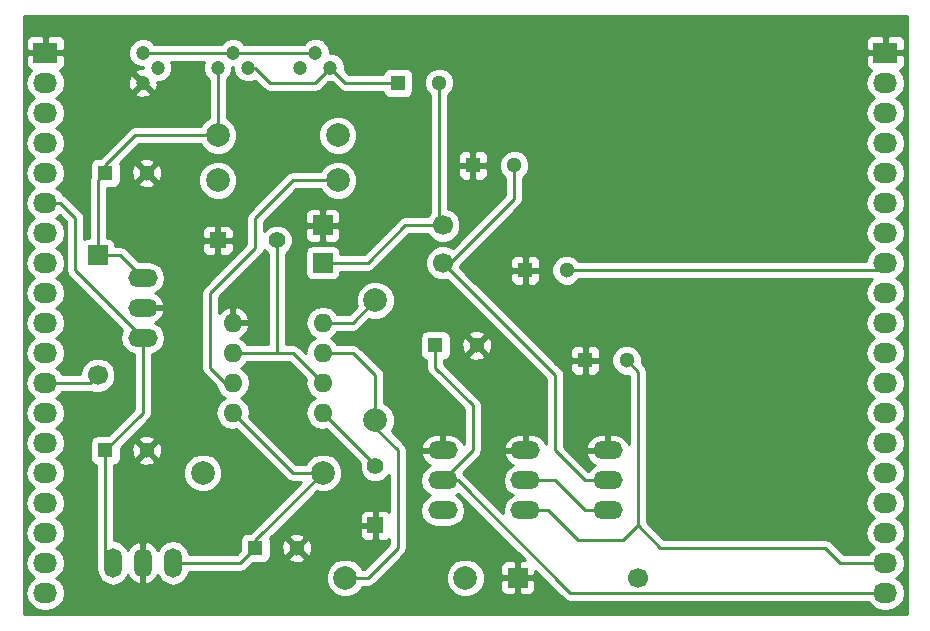
<source format=gbr>
G04 #@! TF.FileFunction,Copper,L1,Top,Signal*
%FSLAX46Y46*%
G04 Gerber Fmt 4.6, Leading zero omitted, Abs format (unit mm)*
G04 Created by KiCad (PCBNEW 4.0.3+e1-6302~38~ubuntu16.04.1-stable) date Thu Aug 25 17:21:45 2016*
%MOMM*%
%LPD*%
G01*
G04 APERTURE LIST*
%ADD10C,0.100000*%
%ADD11R,1.400000X1.400000*%
%ADD12C,1.400000*%
%ADD13C,1.300000*%
%ADD14R,1.300000X1.300000*%
%ADD15C,1.699260*%
%ADD16R,1.699260X1.699260*%
%ADD17C,1.200000*%
%ADD18C,1.998980*%
%ADD19O,1.600000X1.600000*%
%ADD20O,2.499360X1.501140*%
%ADD21O,1.501140X2.499360*%
%ADD22R,2.032000X1.727200*%
%ADD23O,2.032000X1.727200*%
%ADD24C,0.250000*%
%ADD25C,0.254000*%
G04 APERTURE END LIST*
D10*
D11*
X60960000Y-84455000D03*
D12*
X60960000Y-79455000D03*
D11*
X47625000Y-60325000D03*
D12*
X52625000Y-60325000D03*
D13*
X41600000Y-54610000D03*
D14*
X38100000Y-54610000D03*
D13*
X41600000Y-78105000D03*
D14*
X38100000Y-78105000D03*
D13*
X54300000Y-86360000D03*
D14*
X50800000Y-86360000D03*
D13*
X69540000Y-69215000D03*
D14*
X66040000Y-69215000D03*
D13*
X66365000Y-46990000D03*
D14*
X62865000Y-46990000D03*
D13*
X72715000Y-53975000D03*
D14*
X69215000Y-53975000D03*
D13*
X77160000Y-62865000D03*
D14*
X73660000Y-62865000D03*
D13*
X82240000Y-70485000D03*
D14*
X78740000Y-70485000D03*
D15*
X37467540Y-71755520D03*
D16*
X37467540Y-61595520D03*
D15*
X83185520Y-88897460D03*
D16*
X73025520Y-88897460D03*
D15*
X66675520Y-59052460D03*
D16*
X56515520Y-59052460D03*
D15*
X66675520Y-62227460D03*
D16*
X56515520Y-62227460D03*
D17*
X41275000Y-46990000D03*
X42545000Y-45720000D03*
X41275000Y-44450000D03*
X50165000Y-45720000D03*
X48895000Y-44450000D03*
X47625000Y-45720000D03*
X57150000Y-45720000D03*
X55880000Y-44450000D03*
X54610000Y-45720000D03*
D18*
X60960000Y-75565000D03*
X60960000Y-65405000D03*
X58420000Y-88900000D03*
X68580000Y-88900000D03*
X47625000Y-55245000D03*
X57785000Y-55245000D03*
X47625000Y-51435000D03*
X57785000Y-51435000D03*
X46355000Y-80010000D03*
X56515000Y-80010000D03*
D19*
X48895000Y-67310000D03*
X48895000Y-69850000D03*
X48895000Y-72390000D03*
X48895000Y-74930000D03*
X56515000Y-74930000D03*
X56515000Y-72390000D03*
X56515000Y-69850000D03*
X56515000Y-67310000D03*
D20*
X41275000Y-66040000D03*
X41275000Y-63500000D03*
X41275000Y-68580000D03*
D21*
X41275000Y-87630000D03*
X38735000Y-87630000D03*
X43815000Y-87630000D03*
D20*
X66675000Y-80645000D03*
X66675000Y-78105000D03*
X66675000Y-83185000D03*
X80645000Y-80645000D03*
X80645000Y-78105000D03*
X80645000Y-83185000D03*
X73660000Y-80645000D03*
X73660000Y-78105000D03*
X73660000Y-83185000D03*
D22*
X104140000Y-44450000D03*
D23*
X104140000Y-46990000D03*
X104140000Y-49530000D03*
X104140000Y-52070000D03*
X104140000Y-54610000D03*
X104140000Y-57150000D03*
X104140000Y-59690000D03*
X104140000Y-62230000D03*
X104140000Y-64770000D03*
X104140000Y-67310000D03*
X104140000Y-69850000D03*
X104140000Y-72390000D03*
X104140000Y-74930000D03*
X104140000Y-77470000D03*
X104140000Y-80010000D03*
X104140000Y-82550000D03*
X104140000Y-85090000D03*
X104140000Y-87630000D03*
X104140000Y-90170000D03*
D22*
X33020000Y-44450000D03*
D23*
X33020000Y-46990000D03*
X33020000Y-49530000D03*
X33020000Y-52070000D03*
X33020000Y-54610000D03*
X33020000Y-57150000D03*
X33020000Y-59690000D03*
X33020000Y-62230000D03*
X33020000Y-64770000D03*
X33020000Y-67310000D03*
X33020000Y-69850000D03*
X33020000Y-72390000D03*
X33020000Y-74930000D03*
X33020000Y-77470000D03*
X33020000Y-80010000D03*
X33020000Y-82550000D03*
X33020000Y-85090000D03*
X33020000Y-87630000D03*
X33020000Y-90170000D03*
D24*
X60960000Y-79455000D02*
X60960000Y-79375000D01*
X60960000Y-79375000D02*
X56515000Y-74930000D01*
X52625000Y-60325000D02*
X52625000Y-69850000D01*
X52625000Y-69850000D02*
X52705000Y-69850000D01*
X48895000Y-69850000D02*
X52705000Y-69850000D01*
X52705000Y-69850000D02*
X53975000Y-69850000D01*
X53975000Y-69850000D02*
X56515000Y-72390000D01*
X47625000Y-51435000D02*
X47625000Y-45720000D01*
X38100000Y-54610000D02*
X38100000Y-53975000D01*
X38100000Y-53975000D02*
X40640000Y-51435000D01*
X40640000Y-51435000D02*
X47625000Y-51435000D01*
X37467540Y-61595520D02*
X37467540Y-55242460D01*
X37467540Y-55242460D02*
X38100000Y-54610000D01*
X37467540Y-61595520D02*
X39370520Y-61595520D01*
X39370520Y-61595520D02*
X41275000Y-63500000D01*
X33020000Y-57150000D02*
X34290000Y-57150000D01*
X35560000Y-62865000D02*
X41275000Y-68580000D01*
X35560000Y-58420000D02*
X35560000Y-62865000D01*
X34290000Y-57150000D02*
X35560000Y-58420000D01*
X38100000Y-78105000D02*
X38100000Y-86995000D01*
X38100000Y-86995000D02*
X38735000Y-87630000D01*
X41275000Y-68580000D02*
X41275000Y-74930000D01*
X41275000Y-74930000D02*
X38100000Y-78105000D01*
X50800000Y-86360000D02*
X50800000Y-85725000D01*
X50800000Y-85725000D02*
X56515000Y-80010000D01*
X56515000Y-67310000D02*
X59055000Y-67310000D01*
X59055000Y-67310000D02*
X60960000Y-65405000D01*
X56515000Y-80010000D02*
X53975000Y-80010000D01*
X53975000Y-80010000D02*
X48895000Y-74930000D01*
X43815000Y-87630000D02*
X49530000Y-87630000D01*
X49530000Y-87630000D02*
X50800000Y-86360000D01*
X66675000Y-80645000D02*
X67945000Y-80645000D01*
X77470000Y-90170000D02*
X104140000Y-90170000D01*
X67945000Y-80645000D02*
X77470000Y-90170000D01*
X66675000Y-80645000D02*
X69215000Y-78105000D01*
X66040000Y-71120000D02*
X66040000Y-69215000D01*
X69215000Y-74295000D02*
X66040000Y-71120000D01*
X69215000Y-78105000D02*
X69215000Y-74295000D01*
X56515520Y-62227460D02*
X60327540Y-62227460D01*
X63502540Y-59052460D02*
X66675520Y-59052460D01*
X60327540Y-62227460D02*
X63502540Y-59052460D01*
X66365000Y-46990000D02*
X66365000Y-58741940D01*
X66365000Y-58741940D02*
X66675520Y-59052460D01*
X50165000Y-45720000D02*
X50800000Y-45720000D01*
X55880000Y-46990000D02*
X57150000Y-45720000D01*
X52070000Y-46990000D02*
X55880000Y-46990000D01*
X50800000Y-45720000D02*
X52070000Y-46990000D01*
X62865000Y-46990000D02*
X58420000Y-46990000D01*
X58420000Y-46990000D02*
X57150000Y-45720000D01*
X80645000Y-80645000D02*
X78740000Y-80645000D01*
X76200000Y-71751940D02*
X66675520Y-62227460D01*
X76200000Y-78105000D02*
X76200000Y-71751940D01*
X78740000Y-80645000D02*
X76200000Y-78105000D01*
X66675520Y-62227460D02*
X67312540Y-62227460D01*
X67312540Y-62227460D02*
X72715000Y-56825000D01*
X72715000Y-56825000D02*
X72715000Y-53975000D01*
X77160000Y-62865000D02*
X103505000Y-62865000D01*
X103505000Y-62865000D02*
X104140000Y-62230000D01*
X80645000Y-83185000D02*
X78740000Y-83185000D01*
X76200000Y-80645000D02*
X73660000Y-80645000D01*
X78740000Y-83185000D02*
X76200000Y-80645000D01*
X83185000Y-84455000D02*
X85090000Y-86360000D01*
X100330000Y-87630000D02*
X104140000Y-87630000D01*
X99060000Y-86360000D02*
X100330000Y-87630000D01*
X85090000Y-86360000D02*
X99060000Y-86360000D01*
X73660000Y-83185000D02*
X75565000Y-83185000D01*
X83185000Y-71430000D02*
X82240000Y-70485000D01*
X83185000Y-84455000D02*
X83185000Y-71430000D01*
X81915000Y-85725000D02*
X83185000Y-84455000D01*
X78105000Y-85725000D02*
X81915000Y-85725000D01*
X75565000Y-83185000D02*
X78105000Y-85725000D01*
X33020000Y-72390000D02*
X36833060Y-72390000D01*
X36833060Y-72390000D02*
X37467540Y-71755520D01*
X37467020Y-71755000D02*
X37467540Y-71755520D01*
X48895000Y-44450000D02*
X55880000Y-44450000D01*
X41275000Y-44450000D02*
X48895000Y-44450000D01*
X60960000Y-75565000D02*
X60960000Y-76200000D01*
X60960000Y-76200000D02*
X62865000Y-78105000D01*
X60325000Y-88900000D02*
X58420000Y-88900000D01*
X62865000Y-86360000D02*
X60325000Y-88900000D01*
X62865000Y-78105000D02*
X62865000Y-86360000D01*
X60960000Y-75565000D02*
X60960000Y-71755000D01*
X59055000Y-69850000D02*
X56515000Y-69850000D01*
X60960000Y-71755000D02*
X59055000Y-69850000D01*
X48895000Y-72390000D02*
X48260000Y-72390000D01*
X48260000Y-72390000D02*
X46990000Y-71120000D01*
X46990000Y-71120000D02*
X46990000Y-64770000D01*
X46990000Y-64770000D02*
X50800000Y-60960000D01*
X50800000Y-60960000D02*
X50800000Y-58420000D01*
X50800000Y-58420000D02*
X53975000Y-55245000D01*
X53975000Y-55245000D02*
X57785000Y-55245000D01*
D25*
G36*
X105970000Y-92000000D02*
X31190000Y-92000000D01*
X31190000Y-46990000D01*
X31336655Y-46990000D01*
X31450729Y-47563489D01*
X31775585Y-48049670D01*
X32090366Y-48260000D01*
X31775585Y-48470330D01*
X31450729Y-48956511D01*
X31336655Y-49530000D01*
X31450729Y-50103489D01*
X31775585Y-50589670D01*
X32090366Y-50800000D01*
X31775585Y-51010330D01*
X31450729Y-51496511D01*
X31336655Y-52070000D01*
X31450729Y-52643489D01*
X31775585Y-53129670D01*
X32090366Y-53340000D01*
X31775585Y-53550330D01*
X31450729Y-54036511D01*
X31336655Y-54610000D01*
X31450729Y-55183489D01*
X31775585Y-55669670D01*
X32090366Y-55880000D01*
X31775585Y-56090330D01*
X31450729Y-56576511D01*
X31336655Y-57150000D01*
X31450729Y-57723489D01*
X31775585Y-58209670D01*
X32090366Y-58420000D01*
X31775585Y-58630330D01*
X31450729Y-59116511D01*
X31336655Y-59690000D01*
X31450729Y-60263489D01*
X31775585Y-60749670D01*
X32090366Y-60960000D01*
X31775585Y-61170330D01*
X31450729Y-61656511D01*
X31336655Y-62230000D01*
X31450729Y-62803489D01*
X31775585Y-63289670D01*
X32090366Y-63500000D01*
X31775585Y-63710330D01*
X31450729Y-64196511D01*
X31336655Y-64770000D01*
X31450729Y-65343489D01*
X31775585Y-65829670D01*
X32090366Y-66040000D01*
X31775585Y-66250330D01*
X31450729Y-66736511D01*
X31336655Y-67310000D01*
X31450729Y-67883489D01*
X31775585Y-68369670D01*
X32090366Y-68580000D01*
X31775585Y-68790330D01*
X31450729Y-69276511D01*
X31336655Y-69850000D01*
X31450729Y-70423489D01*
X31775585Y-70909670D01*
X32090366Y-71120000D01*
X31775585Y-71330330D01*
X31450729Y-71816511D01*
X31336655Y-72390000D01*
X31450729Y-72963489D01*
X31775585Y-73449670D01*
X32090366Y-73660000D01*
X31775585Y-73870330D01*
X31450729Y-74356511D01*
X31336655Y-74930000D01*
X31450729Y-75503489D01*
X31775585Y-75989670D01*
X32090366Y-76200000D01*
X31775585Y-76410330D01*
X31450729Y-76896511D01*
X31336655Y-77470000D01*
X31450729Y-78043489D01*
X31775585Y-78529670D01*
X32090366Y-78740000D01*
X31775585Y-78950330D01*
X31450729Y-79436511D01*
X31336655Y-80010000D01*
X31450729Y-80583489D01*
X31775585Y-81069670D01*
X32090366Y-81280000D01*
X31775585Y-81490330D01*
X31450729Y-81976511D01*
X31336655Y-82550000D01*
X31450729Y-83123489D01*
X31775585Y-83609670D01*
X32090366Y-83820000D01*
X31775585Y-84030330D01*
X31450729Y-84516511D01*
X31336655Y-85090000D01*
X31450729Y-85663489D01*
X31775585Y-86149670D01*
X32090366Y-86360000D01*
X31775585Y-86570330D01*
X31450729Y-87056511D01*
X31336655Y-87630000D01*
X31450729Y-88203489D01*
X31775585Y-88689670D01*
X32090366Y-88900000D01*
X31775585Y-89110330D01*
X31450729Y-89596511D01*
X31336655Y-90170000D01*
X31450729Y-90743489D01*
X31775585Y-91229670D01*
X32261766Y-91554526D01*
X32835255Y-91668600D01*
X33204745Y-91668600D01*
X33778234Y-91554526D01*
X34264415Y-91229670D01*
X34589271Y-90743489D01*
X34703345Y-90170000D01*
X34589271Y-89596511D01*
X34264415Y-89110330D01*
X33949634Y-88900000D01*
X34264415Y-88689670D01*
X34589271Y-88203489D01*
X34703345Y-87630000D01*
X34589271Y-87056511D01*
X34264415Y-86570330D01*
X33949634Y-86360000D01*
X34264415Y-86149670D01*
X34589271Y-85663489D01*
X34703345Y-85090000D01*
X34589271Y-84516511D01*
X34264415Y-84030330D01*
X33949634Y-83820000D01*
X34264415Y-83609670D01*
X34589271Y-83123489D01*
X34703345Y-82550000D01*
X34589271Y-81976511D01*
X34264415Y-81490330D01*
X33949634Y-81280000D01*
X34264415Y-81069670D01*
X34589271Y-80583489D01*
X34703345Y-80010000D01*
X34589271Y-79436511D01*
X34264415Y-78950330D01*
X33949634Y-78740000D01*
X34264415Y-78529670D01*
X34589271Y-78043489D01*
X34703345Y-77470000D01*
X34589271Y-76896511D01*
X34264415Y-76410330D01*
X33949634Y-76200000D01*
X34264415Y-75989670D01*
X34589271Y-75503489D01*
X34703345Y-74930000D01*
X34589271Y-74356511D01*
X34264415Y-73870330D01*
X33949634Y-73660000D01*
X34264415Y-73449670D01*
X34464648Y-73150000D01*
X36833060Y-73150000D01*
X36915133Y-73133674D01*
X37170933Y-73239892D01*
X37761556Y-73240408D01*
X38307417Y-73014862D01*
X38725414Y-72597594D01*
X38951912Y-72052127D01*
X38952428Y-71461504D01*
X38726882Y-70915643D01*
X38309614Y-70497646D01*
X37764147Y-70271148D01*
X37173524Y-70270632D01*
X36627663Y-70496178D01*
X36209666Y-70913446D01*
X35983168Y-71458913D01*
X35983019Y-71630000D01*
X34464648Y-71630000D01*
X34264415Y-71330330D01*
X33949634Y-71120000D01*
X34264415Y-70909670D01*
X34589271Y-70423489D01*
X34703345Y-69850000D01*
X34589271Y-69276511D01*
X34264415Y-68790330D01*
X33949634Y-68580000D01*
X34264415Y-68369670D01*
X34589271Y-67883489D01*
X34703345Y-67310000D01*
X34589271Y-66736511D01*
X34264415Y-66250330D01*
X33949634Y-66040000D01*
X34264415Y-65829670D01*
X34589271Y-65343489D01*
X34703345Y-64770000D01*
X34589271Y-64196511D01*
X34264415Y-63710330D01*
X33949634Y-63500000D01*
X34264415Y-63289670D01*
X34589271Y-62803489D01*
X34703345Y-62230000D01*
X34589271Y-61656511D01*
X34264415Y-61170330D01*
X33949634Y-60960000D01*
X34264415Y-60749670D01*
X34589271Y-60263489D01*
X34703345Y-59690000D01*
X34589271Y-59116511D01*
X34264415Y-58630330D01*
X33949634Y-58420000D01*
X34264415Y-58209670D01*
X34268602Y-58203404D01*
X34800000Y-58734802D01*
X34800000Y-62865000D01*
X34857852Y-63155839D01*
X35022599Y-63402401D01*
X39543420Y-67923223D01*
X39458867Y-68049765D01*
X39353397Y-68580000D01*
X39458867Y-69110235D01*
X39759221Y-69559746D01*
X40208732Y-69860100D01*
X40515000Y-69921020D01*
X40515000Y-74615198D01*
X38322638Y-76807560D01*
X37450000Y-76807560D01*
X37214683Y-76851838D01*
X36998559Y-76990910D01*
X36853569Y-77203110D01*
X36802560Y-77455000D01*
X36802560Y-78755000D01*
X36846838Y-78990317D01*
X36985910Y-79206441D01*
X37198110Y-79351431D01*
X37340000Y-79380164D01*
X37340000Y-86995000D01*
X37354558Y-87068187D01*
X37349430Y-87093967D01*
X37349430Y-88166033D01*
X37454900Y-88696268D01*
X37755254Y-89145779D01*
X38204765Y-89446133D01*
X38735000Y-89551603D01*
X39265235Y-89446133D01*
X39714746Y-89145779D01*
X40015100Y-88696268D01*
X40016950Y-88686968D01*
X40043501Y-88776677D01*
X40385056Y-89198658D01*
X40862097Y-89457810D01*
X40933725Y-89471993D01*
X41148000Y-89349339D01*
X41148000Y-87757000D01*
X41128000Y-87757000D01*
X41128000Y-87503000D01*
X41148000Y-87503000D01*
X41148000Y-85910661D01*
X41402000Y-85910661D01*
X41402000Y-87503000D01*
X41422000Y-87503000D01*
X41422000Y-87757000D01*
X41402000Y-87757000D01*
X41402000Y-89349339D01*
X41616275Y-89471993D01*
X41687903Y-89457810D01*
X42164944Y-89198658D01*
X42506499Y-88776677D01*
X42533050Y-88686968D01*
X42534900Y-88696268D01*
X42835254Y-89145779D01*
X43284765Y-89446133D01*
X43815000Y-89551603D01*
X44345235Y-89446133D01*
X44794746Y-89145779D01*
X45095100Y-88696268D01*
X45156020Y-88390000D01*
X49530000Y-88390000D01*
X49820839Y-88332148D01*
X50067401Y-88167401D01*
X50577362Y-87657440D01*
X51450000Y-87657440D01*
X51685317Y-87613162D01*
X51901441Y-87474090D01*
X52046431Y-87261890D01*
X52047012Y-87259016D01*
X53580590Y-87259016D01*
X53636271Y-87489611D01*
X54119078Y-87657622D01*
X54629428Y-87628083D01*
X54963729Y-87489611D01*
X55019410Y-87259016D01*
X54300000Y-86539605D01*
X53580590Y-87259016D01*
X52047012Y-87259016D01*
X52097440Y-87010000D01*
X52097440Y-86179078D01*
X53002378Y-86179078D01*
X53031917Y-86689428D01*
X53170389Y-87023729D01*
X53400984Y-87079410D01*
X54120395Y-86360000D01*
X54479605Y-86360000D01*
X55199016Y-87079410D01*
X55429611Y-87023729D01*
X55597622Y-86540922D01*
X55568083Y-86030572D01*
X55429611Y-85696271D01*
X55199016Y-85640590D01*
X54479605Y-86360000D01*
X54120395Y-86360000D01*
X53400984Y-85640590D01*
X53170389Y-85696271D01*
X53002378Y-86179078D01*
X52097440Y-86179078D01*
X52097440Y-85710000D01*
X52064557Y-85535245D01*
X52138818Y-85460984D01*
X53580590Y-85460984D01*
X54300000Y-86180395D01*
X55019410Y-85460984D01*
X54963729Y-85230389D01*
X54480922Y-85062378D01*
X53970572Y-85091917D01*
X53636271Y-85230389D01*
X53580590Y-85460984D01*
X52138818Y-85460984D01*
X52859052Y-84740750D01*
X59625000Y-84740750D01*
X59625000Y-85281309D01*
X59721673Y-85514698D01*
X59900301Y-85693327D01*
X60133690Y-85790000D01*
X60674250Y-85790000D01*
X60833000Y-85631250D01*
X60833000Y-84582000D01*
X59783750Y-84582000D01*
X59625000Y-84740750D01*
X52859052Y-84740750D01*
X53971111Y-83628691D01*
X59625000Y-83628691D01*
X59625000Y-84169250D01*
X59783750Y-84328000D01*
X60833000Y-84328000D01*
X60833000Y-83278750D01*
X60674250Y-83120000D01*
X60133690Y-83120000D01*
X59900301Y-83216673D01*
X59721673Y-83395302D01*
X59625000Y-83628691D01*
X53971111Y-83628691D01*
X56023918Y-81575885D01*
X56188453Y-81644206D01*
X56838694Y-81644774D01*
X57439655Y-81396462D01*
X57899846Y-80937073D01*
X58149206Y-80336547D01*
X58149774Y-79686306D01*
X57901462Y-79085345D01*
X57442073Y-78625154D01*
X56841547Y-78375794D01*
X56191306Y-78375226D01*
X55590345Y-78623538D01*
X55130154Y-79082927D01*
X55060779Y-79250000D01*
X54289802Y-79250000D01*
X50293688Y-75253886D01*
X50358113Y-74930000D01*
X50248880Y-74380849D01*
X49937811Y-73915302D01*
X49555725Y-73660000D01*
X49937811Y-73404698D01*
X50248880Y-72939151D01*
X50358113Y-72390000D01*
X50248880Y-71840849D01*
X49937811Y-71375302D01*
X49555725Y-71120000D01*
X49937811Y-70864698D01*
X50107995Y-70610000D01*
X53660198Y-70610000D01*
X55116312Y-72066114D01*
X55051887Y-72390000D01*
X55161120Y-72939151D01*
X55472189Y-73404698D01*
X55854275Y-73660000D01*
X55472189Y-73915302D01*
X55161120Y-74380849D01*
X55051887Y-74930000D01*
X55161120Y-75479151D01*
X55472189Y-75944698D01*
X55937736Y-76255767D01*
X56486887Y-76365000D01*
X56543113Y-76365000D01*
X56820102Y-76309904D01*
X59646725Y-79136527D01*
X59625232Y-79188287D01*
X59624769Y-79719383D01*
X59827582Y-80210229D01*
X60202796Y-80586098D01*
X60693287Y-80789768D01*
X61224383Y-80790231D01*
X61715229Y-80587418D01*
X62091098Y-80212204D01*
X62105000Y-80178724D01*
X62105000Y-83301974D01*
X62019699Y-83216673D01*
X61786310Y-83120000D01*
X61245750Y-83120000D01*
X61087000Y-83278750D01*
X61087000Y-84328000D01*
X61107000Y-84328000D01*
X61107000Y-84582000D01*
X61087000Y-84582000D01*
X61087000Y-85631250D01*
X61245750Y-85790000D01*
X61786310Y-85790000D01*
X62019699Y-85693327D01*
X62105000Y-85608026D01*
X62105000Y-86045198D01*
X60010198Y-88140000D01*
X59874496Y-88140000D01*
X59806462Y-87975345D01*
X59347073Y-87515154D01*
X58746547Y-87265794D01*
X58096306Y-87265226D01*
X57495345Y-87513538D01*
X57035154Y-87972927D01*
X56785794Y-88573453D01*
X56785226Y-89223694D01*
X57033538Y-89824655D01*
X57492927Y-90284846D01*
X58093453Y-90534206D01*
X58743694Y-90534774D01*
X59344655Y-90286462D01*
X59804846Y-89827073D01*
X59874221Y-89660000D01*
X60325000Y-89660000D01*
X60615839Y-89602148D01*
X60862401Y-89437401D01*
X61076108Y-89223694D01*
X66945226Y-89223694D01*
X67193538Y-89824655D01*
X67652927Y-90284846D01*
X68253453Y-90534206D01*
X68903694Y-90534774D01*
X69504655Y-90286462D01*
X69964846Y-89827073D01*
X70214206Y-89226547D01*
X70214243Y-89183210D01*
X71540890Y-89183210D01*
X71540890Y-89873400D01*
X71637563Y-90106789D01*
X71816192Y-90285417D01*
X72049581Y-90382090D01*
X72739770Y-90382090D01*
X72898520Y-90223340D01*
X72898520Y-89024460D01*
X73152520Y-89024460D01*
X73152520Y-90223340D01*
X73311270Y-90382090D01*
X74001459Y-90382090D01*
X74234848Y-90285417D01*
X74413477Y-90106789D01*
X74510150Y-89873400D01*
X74510150Y-89183210D01*
X74351400Y-89024460D01*
X73152520Y-89024460D01*
X72898520Y-89024460D01*
X71699640Y-89024460D01*
X71540890Y-89183210D01*
X70214243Y-89183210D01*
X70214774Y-88576306D01*
X69966462Y-87975345D01*
X69912731Y-87921520D01*
X71540890Y-87921520D01*
X71540890Y-88611710D01*
X71699640Y-88770460D01*
X72898520Y-88770460D01*
X72898520Y-87571580D01*
X72739770Y-87412830D01*
X72049581Y-87412830D01*
X71816192Y-87509503D01*
X71637563Y-87688131D01*
X71540890Y-87921520D01*
X69912731Y-87921520D01*
X69507073Y-87515154D01*
X68906547Y-87265794D01*
X68256306Y-87265226D01*
X67655345Y-87513538D01*
X67195154Y-87972927D01*
X66945794Y-88573453D01*
X66945226Y-89223694D01*
X61076108Y-89223694D01*
X63402401Y-86897401D01*
X63567148Y-86650840D01*
X63589274Y-86539605D01*
X63625000Y-86360000D01*
X63625000Y-78105000D01*
X63567148Y-77814161D01*
X63533448Y-77763725D01*
X64833007Y-77763725D01*
X64955661Y-77978000D01*
X66548000Y-77978000D01*
X66548000Y-76719430D01*
X66048890Y-76719430D01*
X65528323Y-76873501D01*
X65106342Y-77215056D01*
X64847190Y-77692097D01*
X64833007Y-77763725D01*
X63533448Y-77763725D01*
X63402401Y-77567599D01*
X62335853Y-76501051D01*
X62344846Y-76492073D01*
X62594206Y-75891547D01*
X62594774Y-75241306D01*
X62346462Y-74640345D01*
X61887073Y-74180154D01*
X61720000Y-74110779D01*
X61720000Y-71755000D01*
X61662148Y-71464161D01*
X61497401Y-71217599D01*
X59592401Y-69312599D01*
X59345839Y-69147852D01*
X59055000Y-69090000D01*
X57727995Y-69090000D01*
X57557811Y-68835302D01*
X57175725Y-68580000D01*
X57198174Y-68565000D01*
X64742560Y-68565000D01*
X64742560Y-69865000D01*
X64786838Y-70100317D01*
X64925910Y-70316441D01*
X65138110Y-70461431D01*
X65280000Y-70490164D01*
X65280000Y-71120000D01*
X65337852Y-71410839D01*
X65502599Y-71657401D01*
X68455000Y-74609802D01*
X68455000Y-77604089D01*
X68243658Y-77215056D01*
X67821677Y-76873501D01*
X67301110Y-76719430D01*
X66802000Y-76719430D01*
X66802000Y-77978000D01*
X66822000Y-77978000D01*
X66822000Y-78232000D01*
X66802000Y-78232000D01*
X66802000Y-78252000D01*
X66548000Y-78252000D01*
X66548000Y-78232000D01*
X64955661Y-78232000D01*
X64833007Y-78446275D01*
X64847190Y-78517903D01*
X65106342Y-78994944D01*
X65528323Y-79336499D01*
X65618032Y-79363050D01*
X65608732Y-79364900D01*
X65159221Y-79665254D01*
X64858867Y-80114765D01*
X64753397Y-80645000D01*
X64858867Y-81175235D01*
X65159221Y-81624746D01*
X65593616Y-81915000D01*
X65159221Y-82205254D01*
X64858867Y-82654765D01*
X64753397Y-83185000D01*
X64858867Y-83715235D01*
X65159221Y-84164746D01*
X65608732Y-84465100D01*
X66138967Y-84570570D01*
X67211033Y-84570570D01*
X67741268Y-84465100D01*
X68190779Y-84164746D01*
X68491133Y-83715235D01*
X68596603Y-83185000D01*
X68491133Y-82654765D01*
X68190779Y-82205254D01*
X67756384Y-81915000D01*
X67986463Y-81761265D01*
X73638028Y-87412830D01*
X73311270Y-87412830D01*
X73152520Y-87571580D01*
X73152520Y-88770460D01*
X74351400Y-88770460D01*
X74510150Y-88611710D01*
X74510150Y-88284952D01*
X76932599Y-90707401D01*
X77179160Y-90872148D01*
X77470000Y-90930000D01*
X102695352Y-90930000D01*
X102895585Y-91229670D01*
X103381766Y-91554526D01*
X103955255Y-91668600D01*
X104324745Y-91668600D01*
X104898234Y-91554526D01*
X105384415Y-91229670D01*
X105709271Y-90743489D01*
X105823345Y-90170000D01*
X105709271Y-89596511D01*
X105384415Y-89110330D01*
X105069634Y-88900000D01*
X105384415Y-88689670D01*
X105709271Y-88203489D01*
X105823345Y-87630000D01*
X105709271Y-87056511D01*
X105384415Y-86570330D01*
X105069634Y-86360000D01*
X105384415Y-86149670D01*
X105709271Y-85663489D01*
X105823345Y-85090000D01*
X105709271Y-84516511D01*
X105384415Y-84030330D01*
X105069634Y-83820000D01*
X105384415Y-83609670D01*
X105709271Y-83123489D01*
X105823345Y-82550000D01*
X105709271Y-81976511D01*
X105384415Y-81490330D01*
X105069634Y-81280000D01*
X105384415Y-81069670D01*
X105709271Y-80583489D01*
X105823345Y-80010000D01*
X105709271Y-79436511D01*
X105384415Y-78950330D01*
X105069634Y-78740000D01*
X105384415Y-78529670D01*
X105709271Y-78043489D01*
X105823345Y-77470000D01*
X105709271Y-76896511D01*
X105384415Y-76410330D01*
X105069634Y-76200000D01*
X105384415Y-75989670D01*
X105709271Y-75503489D01*
X105823345Y-74930000D01*
X105709271Y-74356511D01*
X105384415Y-73870330D01*
X105069634Y-73660000D01*
X105384415Y-73449670D01*
X105709271Y-72963489D01*
X105823345Y-72390000D01*
X105709271Y-71816511D01*
X105384415Y-71330330D01*
X105069634Y-71120000D01*
X105384415Y-70909670D01*
X105709271Y-70423489D01*
X105823345Y-69850000D01*
X105709271Y-69276511D01*
X105384415Y-68790330D01*
X105069634Y-68580000D01*
X105384415Y-68369670D01*
X105709271Y-67883489D01*
X105823345Y-67310000D01*
X105709271Y-66736511D01*
X105384415Y-66250330D01*
X105069634Y-66040000D01*
X105384415Y-65829670D01*
X105709271Y-65343489D01*
X105823345Y-64770000D01*
X105709271Y-64196511D01*
X105384415Y-63710330D01*
X105069634Y-63500000D01*
X105384415Y-63289670D01*
X105709271Y-62803489D01*
X105823345Y-62230000D01*
X105709271Y-61656511D01*
X105384415Y-61170330D01*
X105069634Y-60960000D01*
X105384415Y-60749670D01*
X105709271Y-60263489D01*
X105823345Y-59690000D01*
X105709271Y-59116511D01*
X105384415Y-58630330D01*
X105069634Y-58420000D01*
X105384415Y-58209670D01*
X105709271Y-57723489D01*
X105823345Y-57150000D01*
X105709271Y-56576511D01*
X105384415Y-56090330D01*
X105069634Y-55880000D01*
X105384415Y-55669670D01*
X105709271Y-55183489D01*
X105823345Y-54610000D01*
X105709271Y-54036511D01*
X105384415Y-53550330D01*
X105069634Y-53340000D01*
X105384415Y-53129670D01*
X105709271Y-52643489D01*
X105823345Y-52070000D01*
X105709271Y-51496511D01*
X105384415Y-51010330D01*
X105069634Y-50800000D01*
X105384415Y-50589670D01*
X105709271Y-50103489D01*
X105823345Y-49530000D01*
X105709271Y-48956511D01*
X105384415Y-48470330D01*
X105069634Y-48260000D01*
X105384415Y-48049670D01*
X105709271Y-47563489D01*
X105823345Y-46990000D01*
X105709271Y-46416511D01*
X105384415Y-45930330D01*
X105362220Y-45915500D01*
X105515699Y-45851927D01*
X105694327Y-45673298D01*
X105791000Y-45439909D01*
X105791000Y-44735750D01*
X105632250Y-44577000D01*
X104267000Y-44577000D01*
X104267000Y-44597000D01*
X104013000Y-44597000D01*
X104013000Y-44577000D01*
X102647750Y-44577000D01*
X102489000Y-44735750D01*
X102489000Y-45439909D01*
X102585673Y-45673298D01*
X102764301Y-45851927D01*
X102917780Y-45915500D01*
X102895585Y-45930330D01*
X102570729Y-46416511D01*
X102456655Y-46990000D01*
X102570729Y-47563489D01*
X102895585Y-48049670D01*
X103210366Y-48260000D01*
X102895585Y-48470330D01*
X102570729Y-48956511D01*
X102456655Y-49530000D01*
X102570729Y-50103489D01*
X102895585Y-50589670D01*
X103210366Y-50800000D01*
X102895585Y-51010330D01*
X102570729Y-51496511D01*
X102456655Y-52070000D01*
X102570729Y-52643489D01*
X102895585Y-53129670D01*
X103210366Y-53340000D01*
X102895585Y-53550330D01*
X102570729Y-54036511D01*
X102456655Y-54610000D01*
X102570729Y-55183489D01*
X102895585Y-55669670D01*
X103210366Y-55880000D01*
X102895585Y-56090330D01*
X102570729Y-56576511D01*
X102456655Y-57150000D01*
X102570729Y-57723489D01*
X102895585Y-58209670D01*
X103210366Y-58420000D01*
X102895585Y-58630330D01*
X102570729Y-59116511D01*
X102456655Y-59690000D01*
X102570729Y-60263489D01*
X102895585Y-60749670D01*
X103210366Y-60960000D01*
X102895585Y-61170330D01*
X102570729Y-61656511D01*
X102481519Y-62105000D01*
X78217006Y-62105000D01*
X77888845Y-61776265D01*
X77416724Y-61580223D01*
X76905519Y-61579777D01*
X76433057Y-61774995D01*
X76071265Y-62136155D01*
X75875223Y-62608276D01*
X75874777Y-63119481D01*
X76069995Y-63591943D01*
X76431155Y-63953735D01*
X76903276Y-64149777D01*
X77414481Y-64150223D01*
X77886943Y-63955005D01*
X78217525Y-63625000D01*
X103023290Y-63625000D01*
X102895585Y-63710330D01*
X102570729Y-64196511D01*
X102456655Y-64770000D01*
X102570729Y-65343489D01*
X102895585Y-65829670D01*
X103210366Y-66040000D01*
X102895585Y-66250330D01*
X102570729Y-66736511D01*
X102456655Y-67310000D01*
X102570729Y-67883489D01*
X102895585Y-68369670D01*
X103210366Y-68580000D01*
X102895585Y-68790330D01*
X102570729Y-69276511D01*
X102456655Y-69850000D01*
X102570729Y-70423489D01*
X102895585Y-70909670D01*
X103210366Y-71120000D01*
X102895585Y-71330330D01*
X102570729Y-71816511D01*
X102456655Y-72390000D01*
X102570729Y-72963489D01*
X102895585Y-73449670D01*
X103210366Y-73660000D01*
X102895585Y-73870330D01*
X102570729Y-74356511D01*
X102456655Y-74930000D01*
X102570729Y-75503489D01*
X102895585Y-75989670D01*
X103210366Y-76200000D01*
X102895585Y-76410330D01*
X102570729Y-76896511D01*
X102456655Y-77470000D01*
X102570729Y-78043489D01*
X102895585Y-78529670D01*
X103210366Y-78740000D01*
X102895585Y-78950330D01*
X102570729Y-79436511D01*
X102456655Y-80010000D01*
X102570729Y-80583489D01*
X102895585Y-81069670D01*
X103210366Y-81280000D01*
X102895585Y-81490330D01*
X102570729Y-81976511D01*
X102456655Y-82550000D01*
X102570729Y-83123489D01*
X102895585Y-83609670D01*
X103210366Y-83820000D01*
X102895585Y-84030330D01*
X102570729Y-84516511D01*
X102456655Y-85090000D01*
X102570729Y-85663489D01*
X102895585Y-86149670D01*
X103210366Y-86360000D01*
X102895585Y-86570330D01*
X102695352Y-86870000D01*
X100644802Y-86870000D01*
X99597401Y-85822599D01*
X99350839Y-85657852D01*
X99060000Y-85600000D01*
X85404802Y-85600000D01*
X83945000Y-84140198D01*
X83945000Y-71430000D01*
X83887148Y-71139161D01*
X83722401Y-70892599D01*
X83524818Y-70695016D01*
X83525223Y-70230519D01*
X83330005Y-69758057D01*
X82968845Y-69396265D01*
X82496724Y-69200223D01*
X81985519Y-69199777D01*
X81513057Y-69394995D01*
X81151265Y-69756155D01*
X80955223Y-70228276D01*
X80954777Y-70739481D01*
X81149995Y-71211943D01*
X81511155Y-71573735D01*
X81983276Y-71769777D01*
X82425000Y-71770162D01*
X82425000Y-77604089D01*
X82213658Y-77215056D01*
X81791677Y-76873501D01*
X81271110Y-76719430D01*
X80772000Y-76719430D01*
X80772000Y-77978000D01*
X80792000Y-77978000D01*
X80792000Y-78232000D01*
X80772000Y-78232000D01*
X80772000Y-78252000D01*
X80518000Y-78252000D01*
X80518000Y-78232000D01*
X78925661Y-78232000D01*
X78803007Y-78446275D01*
X78817190Y-78517903D01*
X79076342Y-78994944D01*
X79498323Y-79336499D01*
X79588032Y-79363050D01*
X79578732Y-79364900D01*
X79129221Y-79665254D01*
X79011395Y-79841593D01*
X76960000Y-77790198D01*
X76960000Y-77763725D01*
X78803007Y-77763725D01*
X78925661Y-77978000D01*
X80518000Y-77978000D01*
X80518000Y-76719430D01*
X80018890Y-76719430D01*
X79498323Y-76873501D01*
X79076342Y-77215056D01*
X78817190Y-77692097D01*
X78803007Y-77763725D01*
X76960000Y-77763725D01*
X76960000Y-71751940D01*
X76902148Y-71461101D01*
X76737401Y-71214539D01*
X76293612Y-70770750D01*
X77455000Y-70770750D01*
X77455000Y-71261310D01*
X77551673Y-71494699D01*
X77730302Y-71673327D01*
X77963691Y-71770000D01*
X78454250Y-71770000D01*
X78613000Y-71611250D01*
X78613000Y-70612000D01*
X78867000Y-70612000D01*
X78867000Y-71611250D01*
X79025750Y-71770000D01*
X79516309Y-71770000D01*
X79749698Y-71673327D01*
X79928327Y-71494699D01*
X80025000Y-71261310D01*
X80025000Y-70770750D01*
X79866250Y-70612000D01*
X78867000Y-70612000D01*
X78613000Y-70612000D01*
X77613750Y-70612000D01*
X77455000Y-70770750D01*
X76293612Y-70770750D01*
X75231552Y-69708690D01*
X77455000Y-69708690D01*
X77455000Y-70199250D01*
X77613750Y-70358000D01*
X78613000Y-70358000D01*
X78613000Y-69358750D01*
X78867000Y-69358750D01*
X78867000Y-70358000D01*
X79866250Y-70358000D01*
X80025000Y-70199250D01*
X80025000Y-69708690D01*
X79928327Y-69475301D01*
X79749698Y-69296673D01*
X79516309Y-69200000D01*
X79025750Y-69200000D01*
X78867000Y-69358750D01*
X78613000Y-69358750D01*
X78454250Y-69200000D01*
X77963691Y-69200000D01*
X77730302Y-69296673D01*
X77551673Y-69475301D01*
X77455000Y-69708690D01*
X75231552Y-69708690D01*
X68673612Y-63150750D01*
X72375000Y-63150750D01*
X72375000Y-63641310D01*
X72471673Y-63874699D01*
X72650302Y-64053327D01*
X72883691Y-64150000D01*
X73374250Y-64150000D01*
X73533000Y-63991250D01*
X73533000Y-62992000D01*
X73787000Y-62992000D01*
X73787000Y-63991250D01*
X73945750Y-64150000D01*
X74436309Y-64150000D01*
X74669698Y-64053327D01*
X74848327Y-63874699D01*
X74945000Y-63641310D01*
X74945000Y-63150750D01*
X74786250Y-62992000D01*
X73787000Y-62992000D01*
X73533000Y-62992000D01*
X72533750Y-62992000D01*
X72375000Y-63150750D01*
X68673612Y-63150750D01*
X68126748Y-62603886D01*
X68159892Y-62524067D01*
X68159952Y-62454850D01*
X68526112Y-62088690D01*
X72375000Y-62088690D01*
X72375000Y-62579250D01*
X72533750Y-62738000D01*
X73533000Y-62738000D01*
X73533000Y-61738750D01*
X73787000Y-61738750D01*
X73787000Y-62738000D01*
X74786250Y-62738000D01*
X74945000Y-62579250D01*
X74945000Y-62088690D01*
X74848327Y-61855301D01*
X74669698Y-61676673D01*
X74436309Y-61580000D01*
X73945750Y-61580000D01*
X73787000Y-61738750D01*
X73533000Y-61738750D01*
X73374250Y-61580000D01*
X72883691Y-61580000D01*
X72650302Y-61676673D01*
X72471673Y-61855301D01*
X72375000Y-62088690D01*
X68526112Y-62088690D01*
X73252401Y-57362401D01*
X73417148Y-57115840D01*
X73475000Y-56825000D01*
X73475000Y-55032006D01*
X73803735Y-54703845D01*
X73999777Y-54231724D01*
X74000223Y-53720519D01*
X73805005Y-53248057D01*
X73443845Y-52886265D01*
X72971724Y-52690223D01*
X72460519Y-52689777D01*
X71988057Y-52884995D01*
X71626265Y-53246155D01*
X71430223Y-53718276D01*
X71429777Y-54229481D01*
X71624995Y-54701943D01*
X71955000Y-55032525D01*
X71955000Y-56510198D01*
X67502062Y-60963136D01*
X66972127Y-60743088D01*
X66381504Y-60742572D01*
X65835643Y-60968118D01*
X65417646Y-61385386D01*
X65191148Y-61930853D01*
X65190632Y-62521476D01*
X65416178Y-63067337D01*
X65833446Y-63485334D01*
X66378913Y-63711832D01*
X66969536Y-63712348D01*
X67051669Y-63678411D01*
X75440000Y-72066742D01*
X75440000Y-77604089D01*
X75228658Y-77215056D01*
X74806677Y-76873501D01*
X74286110Y-76719430D01*
X73787000Y-76719430D01*
X73787000Y-77978000D01*
X73807000Y-77978000D01*
X73807000Y-78232000D01*
X73787000Y-78232000D01*
X73787000Y-78252000D01*
X73533000Y-78252000D01*
X73533000Y-78232000D01*
X71940661Y-78232000D01*
X71818007Y-78446275D01*
X71832190Y-78517903D01*
X72091342Y-78994944D01*
X72513323Y-79336499D01*
X72603032Y-79363050D01*
X72593732Y-79364900D01*
X72144221Y-79665254D01*
X71843867Y-80114765D01*
X71738397Y-80645000D01*
X71843867Y-81175235D01*
X72144221Y-81624746D01*
X72578616Y-81915000D01*
X72144221Y-82205254D01*
X71843867Y-82654765D01*
X71738397Y-83185000D01*
X71782742Y-83407940D01*
X68491522Y-80116720D01*
X68491133Y-80114765D01*
X68406580Y-79988222D01*
X69752401Y-78642401D01*
X69917148Y-78395840D01*
X69939274Y-78284605D01*
X69975000Y-78105000D01*
X69975000Y-77763725D01*
X71818007Y-77763725D01*
X71940661Y-77978000D01*
X73533000Y-77978000D01*
X73533000Y-76719430D01*
X73033890Y-76719430D01*
X72513323Y-76873501D01*
X72091342Y-77215056D01*
X71832190Y-77692097D01*
X71818007Y-77763725D01*
X69975000Y-77763725D01*
X69975000Y-74295000D01*
X69917148Y-74004161D01*
X69752401Y-73757599D01*
X66800000Y-70805198D01*
X66800000Y-70491742D01*
X66925317Y-70468162D01*
X67141441Y-70329090D01*
X67286431Y-70116890D01*
X67287012Y-70114016D01*
X68820590Y-70114016D01*
X68876271Y-70344611D01*
X69359078Y-70512622D01*
X69869428Y-70483083D01*
X70203729Y-70344611D01*
X70259410Y-70114016D01*
X69540000Y-69394605D01*
X68820590Y-70114016D01*
X67287012Y-70114016D01*
X67337440Y-69865000D01*
X67337440Y-69034078D01*
X68242378Y-69034078D01*
X68271917Y-69544428D01*
X68410389Y-69878729D01*
X68640984Y-69934410D01*
X69360395Y-69215000D01*
X69719605Y-69215000D01*
X70439016Y-69934410D01*
X70669611Y-69878729D01*
X70837622Y-69395922D01*
X70808083Y-68885572D01*
X70669611Y-68551271D01*
X70439016Y-68495590D01*
X69719605Y-69215000D01*
X69360395Y-69215000D01*
X68640984Y-68495590D01*
X68410389Y-68551271D01*
X68242378Y-69034078D01*
X67337440Y-69034078D01*
X67337440Y-68565000D01*
X67293162Y-68329683D01*
X67284347Y-68315984D01*
X68820590Y-68315984D01*
X69540000Y-69035395D01*
X70259410Y-68315984D01*
X70203729Y-68085389D01*
X69720922Y-67917378D01*
X69210572Y-67946917D01*
X68876271Y-68085389D01*
X68820590Y-68315984D01*
X67284347Y-68315984D01*
X67154090Y-68113559D01*
X66941890Y-67968569D01*
X66690000Y-67917560D01*
X65390000Y-67917560D01*
X65154683Y-67961838D01*
X64938559Y-68100910D01*
X64793569Y-68313110D01*
X64742560Y-68565000D01*
X57198174Y-68565000D01*
X57557811Y-68324698D01*
X57727995Y-68070000D01*
X59055000Y-68070000D01*
X59345839Y-68012148D01*
X59592401Y-67847401D01*
X60468917Y-66970885D01*
X60633453Y-67039206D01*
X61283694Y-67039774D01*
X61884655Y-66791462D01*
X62344846Y-66332073D01*
X62594206Y-65731547D01*
X62594774Y-65081306D01*
X62346462Y-64480345D01*
X61887073Y-64020154D01*
X61286547Y-63770794D01*
X60636306Y-63770226D01*
X60035345Y-64018538D01*
X59575154Y-64477927D01*
X59325794Y-65078453D01*
X59325226Y-65728694D01*
X59394309Y-65895889D01*
X58740198Y-66550000D01*
X57727995Y-66550000D01*
X57557811Y-66295302D01*
X57092264Y-65984233D01*
X56543113Y-65875000D01*
X56486887Y-65875000D01*
X55937736Y-65984233D01*
X55472189Y-66295302D01*
X55161120Y-66760849D01*
X55051887Y-67310000D01*
X55161120Y-67859151D01*
X55472189Y-68324698D01*
X55854275Y-68580000D01*
X55472189Y-68835302D01*
X55161120Y-69300849D01*
X55051887Y-69850000D01*
X55052405Y-69852603D01*
X54512401Y-69312599D01*
X54265839Y-69147852D01*
X53975000Y-69090000D01*
X53385000Y-69090000D01*
X53385000Y-61452655D01*
X53459955Y-61377830D01*
X55018450Y-61377830D01*
X55018450Y-63077090D01*
X55062728Y-63312407D01*
X55201800Y-63528531D01*
X55414000Y-63673521D01*
X55665890Y-63724530D01*
X57365150Y-63724530D01*
X57600467Y-63680252D01*
X57816591Y-63541180D01*
X57961581Y-63328980D01*
X58012590Y-63077090D01*
X58012590Y-62987460D01*
X60327540Y-62987460D01*
X60618379Y-62929608D01*
X60864941Y-62764861D01*
X63817342Y-59812460D01*
X65383173Y-59812460D01*
X65416178Y-59892337D01*
X65833446Y-60310334D01*
X66378913Y-60536832D01*
X66969536Y-60537348D01*
X67515397Y-60311802D01*
X67933394Y-59894534D01*
X68159892Y-59349067D01*
X68160408Y-58758444D01*
X67934862Y-58212583D01*
X67517594Y-57794586D01*
X67125000Y-57631567D01*
X67125000Y-54260750D01*
X67930000Y-54260750D01*
X67930000Y-54751310D01*
X68026673Y-54984699D01*
X68205302Y-55163327D01*
X68438691Y-55260000D01*
X68929250Y-55260000D01*
X69088000Y-55101250D01*
X69088000Y-54102000D01*
X69342000Y-54102000D01*
X69342000Y-55101250D01*
X69500750Y-55260000D01*
X69991309Y-55260000D01*
X70224698Y-55163327D01*
X70403327Y-54984699D01*
X70500000Y-54751310D01*
X70500000Y-54260750D01*
X70341250Y-54102000D01*
X69342000Y-54102000D01*
X69088000Y-54102000D01*
X68088750Y-54102000D01*
X67930000Y-54260750D01*
X67125000Y-54260750D01*
X67125000Y-53198690D01*
X67930000Y-53198690D01*
X67930000Y-53689250D01*
X68088750Y-53848000D01*
X69088000Y-53848000D01*
X69088000Y-52848750D01*
X69342000Y-52848750D01*
X69342000Y-53848000D01*
X70341250Y-53848000D01*
X70500000Y-53689250D01*
X70500000Y-53198690D01*
X70403327Y-52965301D01*
X70224698Y-52786673D01*
X69991309Y-52690000D01*
X69500750Y-52690000D01*
X69342000Y-52848750D01*
X69088000Y-52848750D01*
X68929250Y-52690000D01*
X68438691Y-52690000D01*
X68205302Y-52786673D01*
X68026673Y-52965301D01*
X67930000Y-53198690D01*
X67125000Y-53198690D01*
X67125000Y-48047006D01*
X67453735Y-47718845D01*
X67649777Y-47246724D01*
X67650223Y-46735519D01*
X67455005Y-46263057D01*
X67093845Y-45901265D01*
X66621724Y-45705223D01*
X66110519Y-45704777D01*
X65638057Y-45899995D01*
X65276265Y-46261155D01*
X65080223Y-46733276D01*
X65079777Y-47244481D01*
X65274995Y-47716943D01*
X65605000Y-48047525D01*
X65605000Y-58023359D01*
X65417646Y-58210386D01*
X65383566Y-58292460D01*
X63502540Y-58292460D01*
X63211701Y-58350312D01*
X62965139Y-58515059D01*
X60012738Y-61467460D01*
X58012590Y-61467460D01*
X58012590Y-61377830D01*
X57968312Y-61142513D01*
X57829240Y-60926389D01*
X57617040Y-60781399D01*
X57365150Y-60730390D01*
X55665890Y-60730390D01*
X55430573Y-60774668D01*
X55214449Y-60913740D01*
X55069459Y-61125940D01*
X55018450Y-61377830D01*
X53459955Y-61377830D01*
X53756098Y-61082204D01*
X53959768Y-60591713D01*
X53960231Y-60060617D01*
X53757418Y-59569771D01*
X53526261Y-59338210D01*
X55030890Y-59338210D01*
X55030890Y-60028400D01*
X55127563Y-60261789D01*
X55306192Y-60440417D01*
X55539581Y-60537090D01*
X56229770Y-60537090D01*
X56388520Y-60378340D01*
X56388520Y-59179460D01*
X56642520Y-59179460D01*
X56642520Y-60378340D01*
X56801270Y-60537090D01*
X57491459Y-60537090D01*
X57724848Y-60440417D01*
X57903477Y-60261789D01*
X58000150Y-60028400D01*
X58000150Y-59338210D01*
X57841400Y-59179460D01*
X56642520Y-59179460D01*
X56388520Y-59179460D01*
X55189640Y-59179460D01*
X55030890Y-59338210D01*
X53526261Y-59338210D01*
X53382204Y-59193902D01*
X52891713Y-58990232D01*
X52360617Y-58989769D01*
X51869771Y-59192582D01*
X51560000Y-59501813D01*
X51560000Y-58734802D01*
X52218282Y-58076520D01*
X55030890Y-58076520D01*
X55030890Y-58766710D01*
X55189640Y-58925460D01*
X56388520Y-58925460D01*
X56388520Y-57726580D01*
X56642520Y-57726580D01*
X56642520Y-58925460D01*
X57841400Y-58925460D01*
X58000150Y-58766710D01*
X58000150Y-58076520D01*
X57903477Y-57843131D01*
X57724848Y-57664503D01*
X57491459Y-57567830D01*
X56801270Y-57567830D01*
X56642520Y-57726580D01*
X56388520Y-57726580D01*
X56229770Y-57567830D01*
X55539581Y-57567830D01*
X55306192Y-57664503D01*
X55127563Y-57843131D01*
X55030890Y-58076520D01*
X52218282Y-58076520D01*
X54289802Y-56005000D01*
X56330504Y-56005000D01*
X56398538Y-56169655D01*
X56857927Y-56629846D01*
X57458453Y-56879206D01*
X58108694Y-56879774D01*
X58709655Y-56631462D01*
X59169846Y-56172073D01*
X59419206Y-55571547D01*
X59419774Y-54921306D01*
X59171462Y-54320345D01*
X58712073Y-53860154D01*
X58111547Y-53610794D01*
X57461306Y-53610226D01*
X56860345Y-53858538D01*
X56400154Y-54317927D01*
X56330779Y-54485000D01*
X53975000Y-54485000D01*
X53684161Y-54542852D01*
X53437599Y-54707599D01*
X50262599Y-57882599D01*
X50097852Y-58129161D01*
X50040000Y-58420000D01*
X50040000Y-60645198D01*
X46452599Y-64232599D01*
X46287852Y-64479161D01*
X46230000Y-64770000D01*
X46230000Y-71120000D01*
X46287852Y-71410839D01*
X46452599Y-71657401D01*
X47493141Y-72697943D01*
X47541120Y-72939151D01*
X47852189Y-73404698D01*
X48234275Y-73660000D01*
X47852189Y-73915302D01*
X47541120Y-74380849D01*
X47431887Y-74930000D01*
X47541120Y-75479151D01*
X47852189Y-75944698D01*
X48317736Y-76255767D01*
X48866887Y-76365000D01*
X48923113Y-76365000D01*
X49200102Y-76309904D01*
X53437599Y-80547401D01*
X53684161Y-80712148D01*
X53975000Y-80770000D01*
X54680197Y-80770000D01*
X50387638Y-85062560D01*
X50150000Y-85062560D01*
X49914683Y-85106838D01*
X49698559Y-85245910D01*
X49553569Y-85458110D01*
X49502560Y-85710000D01*
X49502560Y-86582638D01*
X49215198Y-86870000D01*
X45156020Y-86870000D01*
X45095100Y-86563732D01*
X44794746Y-86114221D01*
X44345235Y-85813867D01*
X43815000Y-85708397D01*
X43284765Y-85813867D01*
X42835254Y-86114221D01*
X42534900Y-86563732D01*
X42533050Y-86573032D01*
X42506499Y-86483323D01*
X42164944Y-86061342D01*
X41687903Y-85802190D01*
X41616275Y-85788007D01*
X41402000Y-85910661D01*
X41148000Y-85910661D01*
X40933725Y-85788007D01*
X40862097Y-85802190D01*
X40385056Y-86061342D01*
X40043501Y-86483323D01*
X40016950Y-86573032D01*
X40015100Y-86563732D01*
X39714746Y-86114221D01*
X39265235Y-85813867D01*
X38860000Y-85733261D01*
X38860000Y-80333694D01*
X44720226Y-80333694D01*
X44968538Y-80934655D01*
X45427927Y-81394846D01*
X46028453Y-81644206D01*
X46678694Y-81644774D01*
X47279655Y-81396462D01*
X47739846Y-80937073D01*
X47989206Y-80336547D01*
X47989774Y-79686306D01*
X47741462Y-79085345D01*
X47282073Y-78625154D01*
X46681547Y-78375794D01*
X46031306Y-78375226D01*
X45430345Y-78623538D01*
X44970154Y-79082927D01*
X44720794Y-79683453D01*
X44720226Y-80333694D01*
X38860000Y-80333694D01*
X38860000Y-79381742D01*
X38985317Y-79358162D01*
X39201441Y-79219090D01*
X39346431Y-79006890D01*
X39347012Y-79004016D01*
X40880590Y-79004016D01*
X40936271Y-79234611D01*
X41419078Y-79402622D01*
X41929428Y-79373083D01*
X42263729Y-79234611D01*
X42319410Y-79004016D01*
X41600000Y-78284605D01*
X40880590Y-79004016D01*
X39347012Y-79004016D01*
X39397440Y-78755000D01*
X39397440Y-77924078D01*
X40302378Y-77924078D01*
X40331917Y-78434428D01*
X40470389Y-78768729D01*
X40700984Y-78824410D01*
X41420395Y-78105000D01*
X41779605Y-78105000D01*
X42499016Y-78824410D01*
X42729611Y-78768729D01*
X42897622Y-78285922D01*
X42868083Y-77775572D01*
X42729611Y-77441271D01*
X42499016Y-77385590D01*
X41779605Y-78105000D01*
X41420395Y-78105000D01*
X40700984Y-77385590D01*
X40470389Y-77441271D01*
X40302378Y-77924078D01*
X39397440Y-77924078D01*
X39397440Y-77882362D01*
X40073818Y-77205984D01*
X40880590Y-77205984D01*
X41600000Y-77925395D01*
X42319410Y-77205984D01*
X42263729Y-76975389D01*
X41780922Y-76807378D01*
X41270572Y-76836917D01*
X40936271Y-76975389D01*
X40880590Y-77205984D01*
X40073818Y-77205984D01*
X41812401Y-75467401D01*
X41977148Y-75220839D01*
X42035000Y-74930000D01*
X42035000Y-69921020D01*
X42341268Y-69860100D01*
X42790779Y-69559746D01*
X43091133Y-69110235D01*
X43196603Y-68580000D01*
X43091133Y-68049765D01*
X42790779Y-67600254D01*
X42341268Y-67299900D01*
X42331968Y-67298050D01*
X42421677Y-67271499D01*
X42843658Y-66929944D01*
X43102810Y-66452903D01*
X43116993Y-66381275D01*
X42994339Y-66167000D01*
X41402000Y-66167000D01*
X41402000Y-66187000D01*
X41148000Y-66187000D01*
X41148000Y-66167000D01*
X41128000Y-66167000D01*
X41128000Y-65913000D01*
X41148000Y-65913000D01*
X41148000Y-65893000D01*
X41402000Y-65893000D01*
X41402000Y-65913000D01*
X42994339Y-65913000D01*
X43116993Y-65698725D01*
X43102810Y-65627097D01*
X42843658Y-65150056D01*
X42421677Y-64808501D01*
X42331968Y-64781950D01*
X42341268Y-64780100D01*
X42790779Y-64479746D01*
X43091133Y-64030235D01*
X43196603Y-63500000D01*
X43091133Y-62969765D01*
X42790779Y-62520254D01*
X42341268Y-62219900D01*
X41811033Y-62114430D01*
X40964232Y-62114430D01*
X39907921Y-61058119D01*
X39661359Y-60893372D01*
X39370520Y-60835520D01*
X38964610Y-60835520D01*
X38964610Y-60745890D01*
X38939182Y-60610750D01*
X46290000Y-60610750D01*
X46290000Y-61151310D01*
X46386673Y-61384699D01*
X46565302Y-61563327D01*
X46798691Y-61660000D01*
X47339250Y-61660000D01*
X47498000Y-61501250D01*
X47498000Y-60452000D01*
X47752000Y-60452000D01*
X47752000Y-61501250D01*
X47910750Y-61660000D01*
X48451309Y-61660000D01*
X48684698Y-61563327D01*
X48863327Y-61384699D01*
X48960000Y-61151310D01*
X48960000Y-60610750D01*
X48801250Y-60452000D01*
X47752000Y-60452000D01*
X47498000Y-60452000D01*
X46448750Y-60452000D01*
X46290000Y-60610750D01*
X38939182Y-60610750D01*
X38920332Y-60510573D01*
X38781260Y-60294449D01*
X38569060Y-60149459D01*
X38317170Y-60098450D01*
X38227540Y-60098450D01*
X38227540Y-59498690D01*
X46290000Y-59498690D01*
X46290000Y-60039250D01*
X46448750Y-60198000D01*
X47498000Y-60198000D01*
X47498000Y-59148750D01*
X47752000Y-59148750D01*
X47752000Y-60198000D01*
X48801250Y-60198000D01*
X48960000Y-60039250D01*
X48960000Y-59498690D01*
X48863327Y-59265301D01*
X48684698Y-59086673D01*
X48451309Y-58990000D01*
X47910750Y-58990000D01*
X47752000Y-59148750D01*
X47498000Y-59148750D01*
X47339250Y-58990000D01*
X46798691Y-58990000D01*
X46565302Y-59086673D01*
X46386673Y-59265301D01*
X46290000Y-59498690D01*
X38227540Y-59498690D01*
X38227540Y-55907440D01*
X38750000Y-55907440D01*
X38985317Y-55863162D01*
X39201441Y-55724090D01*
X39346431Y-55511890D01*
X39347012Y-55509016D01*
X40880590Y-55509016D01*
X40936271Y-55739611D01*
X41419078Y-55907622D01*
X41929428Y-55878083D01*
X42263729Y-55739611D01*
X42304999Y-55568694D01*
X45990226Y-55568694D01*
X46238538Y-56169655D01*
X46697927Y-56629846D01*
X47298453Y-56879206D01*
X47948694Y-56879774D01*
X48549655Y-56631462D01*
X49009846Y-56172073D01*
X49259206Y-55571547D01*
X49259774Y-54921306D01*
X49011462Y-54320345D01*
X48552073Y-53860154D01*
X47951547Y-53610794D01*
X47301306Y-53610226D01*
X46700345Y-53858538D01*
X46240154Y-54317927D01*
X45990794Y-54918453D01*
X45990226Y-55568694D01*
X42304999Y-55568694D01*
X42319410Y-55509016D01*
X41600000Y-54789605D01*
X40880590Y-55509016D01*
X39347012Y-55509016D01*
X39397440Y-55260000D01*
X39397440Y-54429078D01*
X40302378Y-54429078D01*
X40331917Y-54939428D01*
X40470389Y-55273729D01*
X40700984Y-55329410D01*
X41420395Y-54610000D01*
X41779605Y-54610000D01*
X42499016Y-55329410D01*
X42729611Y-55273729D01*
X42897622Y-54790922D01*
X42868083Y-54280572D01*
X42729611Y-53946271D01*
X42499016Y-53890590D01*
X41779605Y-54610000D01*
X41420395Y-54610000D01*
X40700984Y-53890590D01*
X40470389Y-53946271D01*
X40302378Y-54429078D01*
X39397440Y-54429078D01*
X39397440Y-53960000D01*
X39364557Y-53785245D01*
X39438818Y-53710984D01*
X40880590Y-53710984D01*
X41600000Y-54430395D01*
X42319410Y-53710984D01*
X42263729Y-53480389D01*
X41780922Y-53312378D01*
X41270572Y-53341917D01*
X40936271Y-53480389D01*
X40880590Y-53710984D01*
X39438818Y-53710984D01*
X40954802Y-52195000D01*
X46170504Y-52195000D01*
X46238538Y-52359655D01*
X46697927Y-52819846D01*
X47298453Y-53069206D01*
X47948694Y-53069774D01*
X48549655Y-52821462D01*
X49009846Y-52362073D01*
X49259206Y-51761547D01*
X49259208Y-51758694D01*
X56150226Y-51758694D01*
X56398538Y-52359655D01*
X56857927Y-52819846D01*
X57458453Y-53069206D01*
X58108694Y-53069774D01*
X58709655Y-52821462D01*
X59169846Y-52362073D01*
X59419206Y-51761547D01*
X59419774Y-51111306D01*
X59171462Y-50510345D01*
X58712073Y-50050154D01*
X58111547Y-49800794D01*
X57461306Y-49800226D01*
X56860345Y-50048538D01*
X56400154Y-50507927D01*
X56150794Y-51108453D01*
X56150226Y-51758694D01*
X49259208Y-51758694D01*
X49259774Y-51111306D01*
X49011462Y-50510345D01*
X48552073Y-50050154D01*
X48385000Y-49980779D01*
X48385000Y-46706356D01*
X48671371Y-46420485D01*
X48859785Y-45966734D01*
X48860031Y-45684970D01*
X48930030Y-45685031D01*
X48929786Y-45964579D01*
X49117408Y-46418657D01*
X49464515Y-46766371D01*
X49918266Y-46954785D01*
X50409579Y-46955214D01*
X50799358Y-46794160D01*
X51532599Y-47527401D01*
X51779160Y-47692148D01*
X52070000Y-47750000D01*
X55880000Y-47750000D01*
X56170839Y-47692148D01*
X56417401Y-47527401D01*
X56989941Y-46954861D01*
X57310338Y-46955140D01*
X57882599Y-47527401D01*
X58129160Y-47692148D01*
X58420000Y-47750000D01*
X61588258Y-47750000D01*
X61611838Y-47875317D01*
X61750910Y-48091441D01*
X61963110Y-48236431D01*
X62215000Y-48287440D01*
X63515000Y-48287440D01*
X63750317Y-48243162D01*
X63966441Y-48104090D01*
X64111431Y-47891890D01*
X64162440Y-47640000D01*
X64162440Y-46340000D01*
X64118162Y-46104683D01*
X63979090Y-45888559D01*
X63766890Y-45743569D01*
X63515000Y-45692560D01*
X62215000Y-45692560D01*
X61979683Y-45736838D01*
X61763559Y-45875910D01*
X61618569Y-46088110D01*
X61589836Y-46230000D01*
X58734802Y-46230000D01*
X58384861Y-45880059D01*
X58385214Y-45475421D01*
X58197592Y-45021343D01*
X57850485Y-44673629D01*
X57396734Y-44485215D01*
X57114970Y-44484969D01*
X57115214Y-44205421D01*
X56927592Y-43751343D01*
X56636849Y-43460091D01*
X102489000Y-43460091D01*
X102489000Y-44164250D01*
X102647750Y-44323000D01*
X104013000Y-44323000D01*
X104013000Y-43110150D01*
X104267000Y-43110150D01*
X104267000Y-44323000D01*
X105632250Y-44323000D01*
X105791000Y-44164250D01*
X105791000Y-43460091D01*
X105694327Y-43226702D01*
X105515699Y-43048073D01*
X105282310Y-42951400D01*
X104425750Y-42951400D01*
X104267000Y-43110150D01*
X104013000Y-43110150D01*
X103854250Y-42951400D01*
X102997690Y-42951400D01*
X102764301Y-43048073D01*
X102585673Y-43226702D01*
X102489000Y-43460091D01*
X56636849Y-43460091D01*
X56580485Y-43403629D01*
X56126734Y-43215215D01*
X55635421Y-43214786D01*
X55181343Y-43402408D01*
X54893248Y-43690000D01*
X49881356Y-43690000D01*
X49595485Y-43403629D01*
X49141734Y-43215215D01*
X48650421Y-43214786D01*
X48196343Y-43402408D01*
X47908248Y-43690000D01*
X42261356Y-43690000D01*
X41975485Y-43403629D01*
X41521734Y-43215215D01*
X41030421Y-43214786D01*
X40576343Y-43402408D01*
X40228629Y-43749515D01*
X40040215Y-44203266D01*
X40039786Y-44694579D01*
X40227408Y-45148657D01*
X40574515Y-45496371D01*
X41028266Y-45684785D01*
X41310030Y-45685031D01*
X41309973Y-45750479D01*
X40953587Y-45772518D01*
X40641383Y-45901836D01*
X40591870Y-46127265D01*
X41275000Y-46810395D01*
X41289143Y-46796253D01*
X41468748Y-46975858D01*
X41454605Y-46990000D01*
X42137735Y-47673130D01*
X42363164Y-47623617D01*
X42522807Y-47158964D01*
X42510192Y-46954970D01*
X42789579Y-46955214D01*
X43243657Y-46767592D01*
X43591371Y-46420485D01*
X43779785Y-45966734D01*
X43780214Y-45475421D01*
X43670544Y-45210000D01*
X46499533Y-45210000D01*
X46390215Y-45473266D01*
X46389786Y-45964579D01*
X46577408Y-46418657D01*
X46865000Y-46706752D01*
X46865000Y-49980504D01*
X46700345Y-50048538D01*
X46240154Y-50507927D01*
X46170779Y-50675000D01*
X40640000Y-50675000D01*
X40397414Y-50723254D01*
X40349160Y-50732852D01*
X40102599Y-50897599D01*
X37687638Y-53312560D01*
X37450000Y-53312560D01*
X37214683Y-53356838D01*
X36998559Y-53495910D01*
X36853569Y-53708110D01*
X36802560Y-53960000D01*
X36802560Y-54895995D01*
X36765392Y-54951621D01*
X36707540Y-55242460D01*
X36707540Y-60098450D01*
X36617910Y-60098450D01*
X36382593Y-60142728D01*
X36320000Y-60183005D01*
X36320000Y-58420000D01*
X36297219Y-58305474D01*
X36262148Y-58129160D01*
X36097401Y-57882599D01*
X34827401Y-56612599D01*
X34580839Y-56447852D01*
X34491419Y-56430065D01*
X34264415Y-56090330D01*
X33949634Y-55880000D01*
X34264415Y-55669670D01*
X34589271Y-55183489D01*
X34703345Y-54610000D01*
X34589271Y-54036511D01*
X34264415Y-53550330D01*
X33949634Y-53340000D01*
X34264415Y-53129670D01*
X34589271Y-52643489D01*
X34703345Y-52070000D01*
X34589271Y-51496511D01*
X34264415Y-51010330D01*
X33949634Y-50800000D01*
X34264415Y-50589670D01*
X34589271Y-50103489D01*
X34703345Y-49530000D01*
X34589271Y-48956511D01*
X34264415Y-48470330D01*
X33949634Y-48260000D01*
X34264415Y-48049670D01*
X34396002Y-47852735D01*
X40591870Y-47852735D01*
X40641383Y-48078164D01*
X41106036Y-48237807D01*
X41596413Y-48207482D01*
X41908617Y-48078164D01*
X41958130Y-47852735D01*
X41275000Y-47169605D01*
X40591870Y-47852735D01*
X34396002Y-47852735D01*
X34589271Y-47563489D01*
X34703345Y-46990000D01*
X34669736Y-46821036D01*
X40027193Y-46821036D01*
X40057518Y-47311413D01*
X40186836Y-47623617D01*
X40412265Y-47673130D01*
X41095395Y-46990000D01*
X40412265Y-46306870D01*
X40186836Y-46356383D01*
X40027193Y-46821036D01*
X34669736Y-46821036D01*
X34589271Y-46416511D01*
X34264415Y-45930330D01*
X34242220Y-45915500D01*
X34395699Y-45851927D01*
X34574327Y-45673298D01*
X34671000Y-45439909D01*
X34671000Y-44735750D01*
X34512250Y-44577000D01*
X33147000Y-44577000D01*
X33147000Y-44597000D01*
X32893000Y-44597000D01*
X32893000Y-44577000D01*
X31527750Y-44577000D01*
X31369000Y-44735750D01*
X31369000Y-45439909D01*
X31465673Y-45673298D01*
X31644301Y-45851927D01*
X31797780Y-45915500D01*
X31775585Y-45930330D01*
X31450729Y-46416511D01*
X31336655Y-46990000D01*
X31190000Y-46990000D01*
X31190000Y-43460091D01*
X31369000Y-43460091D01*
X31369000Y-44164250D01*
X31527750Y-44323000D01*
X32893000Y-44323000D01*
X32893000Y-43110150D01*
X33147000Y-43110150D01*
X33147000Y-44323000D01*
X34512250Y-44323000D01*
X34671000Y-44164250D01*
X34671000Y-43460091D01*
X34574327Y-43226702D01*
X34395699Y-43048073D01*
X34162310Y-42951400D01*
X33305750Y-42951400D01*
X33147000Y-43110150D01*
X32893000Y-43110150D01*
X32734250Y-42951400D01*
X31877690Y-42951400D01*
X31644301Y-43048073D01*
X31465673Y-43226702D01*
X31369000Y-43460091D01*
X31190000Y-43460091D01*
X31190000Y-41350000D01*
X105970000Y-41350000D01*
X105970000Y-92000000D01*
X105970000Y-92000000D01*
G37*
X105970000Y-92000000D02*
X31190000Y-92000000D01*
X31190000Y-46990000D01*
X31336655Y-46990000D01*
X31450729Y-47563489D01*
X31775585Y-48049670D01*
X32090366Y-48260000D01*
X31775585Y-48470330D01*
X31450729Y-48956511D01*
X31336655Y-49530000D01*
X31450729Y-50103489D01*
X31775585Y-50589670D01*
X32090366Y-50800000D01*
X31775585Y-51010330D01*
X31450729Y-51496511D01*
X31336655Y-52070000D01*
X31450729Y-52643489D01*
X31775585Y-53129670D01*
X32090366Y-53340000D01*
X31775585Y-53550330D01*
X31450729Y-54036511D01*
X31336655Y-54610000D01*
X31450729Y-55183489D01*
X31775585Y-55669670D01*
X32090366Y-55880000D01*
X31775585Y-56090330D01*
X31450729Y-56576511D01*
X31336655Y-57150000D01*
X31450729Y-57723489D01*
X31775585Y-58209670D01*
X32090366Y-58420000D01*
X31775585Y-58630330D01*
X31450729Y-59116511D01*
X31336655Y-59690000D01*
X31450729Y-60263489D01*
X31775585Y-60749670D01*
X32090366Y-60960000D01*
X31775585Y-61170330D01*
X31450729Y-61656511D01*
X31336655Y-62230000D01*
X31450729Y-62803489D01*
X31775585Y-63289670D01*
X32090366Y-63500000D01*
X31775585Y-63710330D01*
X31450729Y-64196511D01*
X31336655Y-64770000D01*
X31450729Y-65343489D01*
X31775585Y-65829670D01*
X32090366Y-66040000D01*
X31775585Y-66250330D01*
X31450729Y-66736511D01*
X31336655Y-67310000D01*
X31450729Y-67883489D01*
X31775585Y-68369670D01*
X32090366Y-68580000D01*
X31775585Y-68790330D01*
X31450729Y-69276511D01*
X31336655Y-69850000D01*
X31450729Y-70423489D01*
X31775585Y-70909670D01*
X32090366Y-71120000D01*
X31775585Y-71330330D01*
X31450729Y-71816511D01*
X31336655Y-72390000D01*
X31450729Y-72963489D01*
X31775585Y-73449670D01*
X32090366Y-73660000D01*
X31775585Y-73870330D01*
X31450729Y-74356511D01*
X31336655Y-74930000D01*
X31450729Y-75503489D01*
X31775585Y-75989670D01*
X32090366Y-76200000D01*
X31775585Y-76410330D01*
X31450729Y-76896511D01*
X31336655Y-77470000D01*
X31450729Y-78043489D01*
X31775585Y-78529670D01*
X32090366Y-78740000D01*
X31775585Y-78950330D01*
X31450729Y-79436511D01*
X31336655Y-80010000D01*
X31450729Y-80583489D01*
X31775585Y-81069670D01*
X32090366Y-81280000D01*
X31775585Y-81490330D01*
X31450729Y-81976511D01*
X31336655Y-82550000D01*
X31450729Y-83123489D01*
X31775585Y-83609670D01*
X32090366Y-83820000D01*
X31775585Y-84030330D01*
X31450729Y-84516511D01*
X31336655Y-85090000D01*
X31450729Y-85663489D01*
X31775585Y-86149670D01*
X32090366Y-86360000D01*
X31775585Y-86570330D01*
X31450729Y-87056511D01*
X31336655Y-87630000D01*
X31450729Y-88203489D01*
X31775585Y-88689670D01*
X32090366Y-88900000D01*
X31775585Y-89110330D01*
X31450729Y-89596511D01*
X31336655Y-90170000D01*
X31450729Y-90743489D01*
X31775585Y-91229670D01*
X32261766Y-91554526D01*
X32835255Y-91668600D01*
X33204745Y-91668600D01*
X33778234Y-91554526D01*
X34264415Y-91229670D01*
X34589271Y-90743489D01*
X34703345Y-90170000D01*
X34589271Y-89596511D01*
X34264415Y-89110330D01*
X33949634Y-88900000D01*
X34264415Y-88689670D01*
X34589271Y-88203489D01*
X34703345Y-87630000D01*
X34589271Y-87056511D01*
X34264415Y-86570330D01*
X33949634Y-86360000D01*
X34264415Y-86149670D01*
X34589271Y-85663489D01*
X34703345Y-85090000D01*
X34589271Y-84516511D01*
X34264415Y-84030330D01*
X33949634Y-83820000D01*
X34264415Y-83609670D01*
X34589271Y-83123489D01*
X34703345Y-82550000D01*
X34589271Y-81976511D01*
X34264415Y-81490330D01*
X33949634Y-81280000D01*
X34264415Y-81069670D01*
X34589271Y-80583489D01*
X34703345Y-80010000D01*
X34589271Y-79436511D01*
X34264415Y-78950330D01*
X33949634Y-78740000D01*
X34264415Y-78529670D01*
X34589271Y-78043489D01*
X34703345Y-77470000D01*
X34589271Y-76896511D01*
X34264415Y-76410330D01*
X33949634Y-76200000D01*
X34264415Y-75989670D01*
X34589271Y-75503489D01*
X34703345Y-74930000D01*
X34589271Y-74356511D01*
X34264415Y-73870330D01*
X33949634Y-73660000D01*
X34264415Y-73449670D01*
X34464648Y-73150000D01*
X36833060Y-73150000D01*
X36915133Y-73133674D01*
X37170933Y-73239892D01*
X37761556Y-73240408D01*
X38307417Y-73014862D01*
X38725414Y-72597594D01*
X38951912Y-72052127D01*
X38952428Y-71461504D01*
X38726882Y-70915643D01*
X38309614Y-70497646D01*
X37764147Y-70271148D01*
X37173524Y-70270632D01*
X36627663Y-70496178D01*
X36209666Y-70913446D01*
X35983168Y-71458913D01*
X35983019Y-71630000D01*
X34464648Y-71630000D01*
X34264415Y-71330330D01*
X33949634Y-71120000D01*
X34264415Y-70909670D01*
X34589271Y-70423489D01*
X34703345Y-69850000D01*
X34589271Y-69276511D01*
X34264415Y-68790330D01*
X33949634Y-68580000D01*
X34264415Y-68369670D01*
X34589271Y-67883489D01*
X34703345Y-67310000D01*
X34589271Y-66736511D01*
X34264415Y-66250330D01*
X33949634Y-66040000D01*
X34264415Y-65829670D01*
X34589271Y-65343489D01*
X34703345Y-64770000D01*
X34589271Y-64196511D01*
X34264415Y-63710330D01*
X33949634Y-63500000D01*
X34264415Y-63289670D01*
X34589271Y-62803489D01*
X34703345Y-62230000D01*
X34589271Y-61656511D01*
X34264415Y-61170330D01*
X33949634Y-60960000D01*
X34264415Y-60749670D01*
X34589271Y-60263489D01*
X34703345Y-59690000D01*
X34589271Y-59116511D01*
X34264415Y-58630330D01*
X33949634Y-58420000D01*
X34264415Y-58209670D01*
X34268602Y-58203404D01*
X34800000Y-58734802D01*
X34800000Y-62865000D01*
X34857852Y-63155839D01*
X35022599Y-63402401D01*
X39543420Y-67923223D01*
X39458867Y-68049765D01*
X39353397Y-68580000D01*
X39458867Y-69110235D01*
X39759221Y-69559746D01*
X40208732Y-69860100D01*
X40515000Y-69921020D01*
X40515000Y-74615198D01*
X38322638Y-76807560D01*
X37450000Y-76807560D01*
X37214683Y-76851838D01*
X36998559Y-76990910D01*
X36853569Y-77203110D01*
X36802560Y-77455000D01*
X36802560Y-78755000D01*
X36846838Y-78990317D01*
X36985910Y-79206441D01*
X37198110Y-79351431D01*
X37340000Y-79380164D01*
X37340000Y-86995000D01*
X37354558Y-87068187D01*
X37349430Y-87093967D01*
X37349430Y-88166033D01*
X37454900Y-88696268D01*
X37755254Y-89145779D01*
X38204765Y-89446133D01*
X38735000Y-89551603D01*
X39265235Y-89446133D01*
X39714746Y-89145779D01*
X40015100Y-88696268D01*
X40016950Y-88686968D01*
X40043501Y-88776677D01*
X40385056Y-89198658D01*
X40862097Y-89457810D01*
X40933725Y-89471993D01*
X41148000Y-89349339D01*
X41148000Y-87757000D01*
X41128000Y-87757000D01*
X41128000Y-87503000D01*
X41148000Y-87503000D01*
X41148000Y-85910661D01*
X41402000Y-85910661D01*
X41402000Y-87503000D01*
X41422000Y-87503000D01*
X41422000Y-87757000D01*
X41402000Y-87757000D01*
X41402000Y-89349339D01*
X41616275Y-89471993D01*
X41687903Y-89457810D01*
X42164944Y-89198658D01*
X42506499Y-88776677D01*
X42533050Y-88686968D01*
X42534900Y-88696268D01*
X42835254Y-89145779D01*
X43284765Y-89446133D01*
X43815000Y-89551603D01*
X44345235Y-89446133D01*
X44794746Y-89145779D01*
X45095100Y-88696268D01*
X45156020Y-88390000D01*
X49530000Y-88390000D01*
X49820839Y-88332148D01*
X50067401Y-88167401D01*
X50577362Y-87657440D01*
X51450000Y-87657440D01*
X51685317Y-87613162D01*
X51901441Y-87474090D01*
X52046431Y-87261890D01*
X52047012Y-87259016D01*
X53580590Y-87259016D01*
X53636271Y-87489611D01*
X54119078Y-87657622D01*
X54629428Y-87628083D01*
X54963729Y-87489611D01*
X55019410Y-87259016D01*
X54300000Y-86539605D01*
X53580590Y-87259016D01*
X52047012Y-87259016D01*
X52097440Y-87010000D01*
X52097440Y-86179078D01*
X53002378Y-86179078D01*
X53031917Y-86689428D01*
X53170389Y-87023729D01*
X53400984Y-87079410D01*
X54120395Y-86360000D01*
X54479605Y-86360000D01*
X55199016Y-87079410D01*
X55429611Y-87023729D01*
X55597622Y-86540922D01*
X55568083Y-86030572D01*
X55429611Y-85696271D01*
X55199016Y-85640590D01*
X54479605Y-86360000D01*
X54120395Y-86360000D01*
X53400984Y-85640590D01*
X53170389Y-85696271D01*
X53002378Y-86179078D01*
X52097440Y-86179078D01*
X52097440Y-85710000D01*
X52064557Y-85535245D01*
X52138818Y-85460984D01*
X53580590Y-85460984D01*
X54300000Y-86180395D01*
X55019410Y-85460984D01*
X54963729Y-85230389D01*
X54480922Y-85062378D01*
X53970572Y-85091917D01*
X53636271Y-85230389D01*
X53580590Y-85460984D01*
X52138818Y-85460984D01*
X52859052Y-84740750D01*
X59625000Y-84740750D01*
X59625000Y-85281309D01*
X59721673Y-85514698D01*
X59900301Y-85693327D01*
X60133690Y-85790000D01*
X60674250Y-85790000D01*
X60833000Y-85631250D01*
X60833000Y-84582000D01*
X59783750Y-84582000D01*
X59625000Y-84740750D01*
X52859052Y-84740750D01*
X53971111Y-83628691D01*
X59625000Y-83628691D01*
X59625000Y-84169250D01*
X59783750Y-84328000D01*
X60833000Y-84328000D01*
X60833000Y-83278750D01*
X60674250Y-83120000D01*
X60133690Y-83120000D01*
X59900301Y-83216673D01*
X59721673Y-83395302D01*
X59625000Y-83628691D01*
X53971111Y-83628691D01*
X56023918Y-81575885D01*
X56188453Y-81644206D01*
X56838694Y-81644774D01*
X57439655Y-81396462D01*
X57899846Y-80937073D01*
X58149206Y-80336547D01*
X58149774Y-79686306D01*
X57901462Y-79085345D01*
X57442073Y-78625154D01*
X56841547Y-78375794D01*
X56191306Y-78375226D01*
X55590345Y-78623538D01*
X55130154Y-79082927D01*
X55060779Y-79250000D01*
X54289802Y-79250000D01*
X50293688Y-75253886D01*
X50358113Y-74930000D01*
X50248880Y-74380849D01*
X49937811Y-73915302D01*
X49555725Y-73660000D01*
X49937811Y-73404698D01*
X50248880Y-72939151D01*
X50358113Y-72390000D01*
X50248880Y-71840849D01*
X49937811Y-71375302D01*
X49555725Y-71120000D01*
X49937811Y-70864698D01*
X50107995Y-70610000D01*
X53660198Y-70610000D01*
X55116312Y-72066114D01*
X55051887Y-72390000D01*
X55161120Y-72939151D01*
X55472189Y-73404698D01*
X55854275Y-73660000D01*
X55472189Y-73915302D01*
X55161120Y-74380849D01*
X55051887Y-74930000D01*
X55161120Y-75479151D01*
X55472189Y-75944698D01*
X55937736Y-76255767D01*
X56486887Y-76365000D01*
X56543113Y-76365000D01*
X56820102Y-76309904D01*
X59646725Y-79136527D01*
X59625232Y-79188287D01*
X59624769Y-79719383D01*
X59827582Y-80210229D01*
X60202796Y-80586098D01*
X60693287Y-80789768D01*
X61224383Y-80790231D01*
X61715229Y-80587418D01*
X62091098Y-80212204D01*
X62105000Y-80178724D01*
X62105000Y-83301974D01*
X62019699Y-83216673D01*
X61786310Y-83120000D01*
X61245750Y-83120000D01*
X61087000Y-83278750D01*
X61087000Y-84328000D01*
X61107000Y-84328000D01*
X61107000Y-84582000D01*
X61087000Y-84582000D01*
X61087000Y-85631250D01*
X61245750Y-85790000D01*
X61786310Y-85790000D01*
X62019699Y-85693327D01*
X62105000Y-85608026D01*
X62105000Y-86045198D01*
X60010198Y-88140000D01*
X59874496Y-88140000D01*
X59806462Y-87975345D01*
X59347073Y-87515154D01*
X58746547Y-87265794D01*
X58096306Y-87265226D01*
X57495345Y-87513538D01*
X57035154Y-87972927D01*
X56785794Y-88573453D01*
X56785226Y-89223694D01*
X57033538Y-89824655D01*
X57492927Y-90284846D01*
X58093453Y-90534206D01*
X58743694Y-90534774D01*
X59344655Y-90286462D01*
X59804846Y-89827073D01*
X59874221Y-89660000D01*
X60325000Y-89660000D01*
X60615839Y-89602148D01*
X60862401Y-89437401D01*
X61076108Y-89223694D01*
X66945226Y-89223694D01*
X67193538Y-89824655D01*
X67652927Y-90284846D01*
X68253453Y-90534206D01*
X68903694Y-90534774D01*
X69504655Y-90286462D01*
X69964846Y-89827073D01*
X70214206Y-89226547D01*
X70214243Y-89183210D01*
X71540890Y-89183210D01*
X71540890Y-89873400D01*
X71637563Y-90106789D01*
X71816192Y-90285417D01*
X72049581Y-90382090D01*
X72739770Y-90382090D01*
X72898520Y-90223340D01*
X72898520Y-89024460D01*
X73152520Y-89024460D01*
X73152520Y-90223340D01*
X73311270Y-90382090D01*
X74001459Y-90382090D01*
X74234848Y-90285417D01*
X74413477Y-90106789D01*
X74510150Y-89873400D01*
X74510150Y-89183210D01*
X74351400Y-89024460D01*
X73152520Y-89024460D01*
X72898520Y-89024460D01*
X71699640Y-89024460D01*
X71540890Y-89183210D01*
X70214243Y-89183210D01*
X70214774Y-88576306D01*
X69966462Y-87975345D01*
X69912731Y-87921520D01*
X71540890Y-87921520D01*
X71540890Y-88611710D01*
X71699640Y-88770460D01*
X72898520Y-88770460D01*
X72898520Y-87571580D01*
X72739770Y-87412830D01*
X72049581Y-87412830D01*
X71816192Y-87509503D01*
X71637563Y-87688131D01*
X71540890Y-87921520D01*
X69912731Y-87921520D01*
X69507073Y-87515154D01*
X68906547Y-87265794D01*
X68256306Y-87265226D01*
X67655345Y-87513538D01*
X67195154Y-87972927D01*
X66945794Y-88573453D01*
X66945226Y-89223694D01*
X61076108Y-89223694D01*
X63402401Y-86897401D01*
X63567148Y-86650840D01*
X63589274Y-86539605D01*
X63625000Y-86360000D01*
X63625000Y-78105000D01*
X63567148Y-77814161D01*
X63533448Y-77763725D01*
X64833007Y-77763725D01*
X64955661Y-77978000D01*
X66548000Y-77978000D01*
X66548000Y-76719430D01*
X66048890Y-76719430D01*
X65528323Y-76873501D01*
X65106342Y-77215056D01*
X64847190Y-77692097D01*
X64833007Y-77763725D01*
X63533448Y-77763725D01*
X63402401Y-77567599D01*
X62335853Y-76501051D01*
X62344846Y-76492073D01*
X62594206Y-75891547D01*
X62594774Y-75241306D01*
X62346462Y-74640345D01*
X61887073Y-74180154D01*
X61720000Y-74110779D01*
X61720000Y-71755000D01*
X61662148Y-71464161D01*
X61497401Y-71217599D01*
X59592401Y-69312599D01*
X59345839Y-69147852D01*
X59055000Y-69090000D01*
X57727995Y-69090000D01*
X57557811Y-68835302D01*
X57175725Y-68580000D01*
X57198174Y-68565000D01*
X64742560Y-68565000D01*
X64742560Y-69865000D01*
X64786838Y-70100317D01*
X64925910Y-70316441D01*
X65138110Y-70461431D01*
X65280000Y-70490164D01*
X65280000Y-71120000D01*
X65337852Y-71410839D01*
X65502599Y-71657401D01*
X68455000Y-74609802D01*
X68455000Y-77604089D01*
X68243658Y-77215056D01*
X67821677Y-76873501D01*
X67301110Y-76719430D01*
X66802000Y-76719430D01*
X66802000Y-77978000D01*
X66822000Y-77978000D01*
X66822000Y-78232000D01*
X66802000Y-78232000D01*
X66802000Y-78252000D01*
X66548000Y-78252000D01*
X66548000Y-78232000D01*
X64955661Y-78232000D01*
X64833007Y-78446275D01*
X64847190Y-78517903D01*
X65106342Y-78994944D01*
X65528323Y-79336499D01*
X65618032Y-79363050D01*
X65608732Y-79364900D01*
X65159221Y-79665254D01*
X64858867Y-80114765D01*
X64753397Y-80645000D01*
X64858867Y-81175235D01*
X65159221Y-81624746D01*
X65593616Y-81915000D01*
X65159221Y-82205254D01*
X64858867Y-82654765D01*
X64753397Y-83185000D01*
X64858867Y-83715235D01*
X65159221Y-84164746D01*
X65608732Y-84465100D01*
X66138967Y-84570570D01*
X67211033Y-84570570D01*
X67741268Y-84465100D01*
X68190779Y-84164746D01*
X68491133Y-83715235D01*
X68596603Y-83185000D01*
X68491133Y-82654765D01*
X68190779Y-82205254D01*
X67756384Y-81915000D01*
X67986463Y-81761265D01*
X73638028Y-87412830D01*
X73311270Y-87412830D01*
X73152520Y-87571580D01*
X73152520Y-88770460D01*
X74351400Y-88770460D01*
X74510150Y-88611710D01*
X74510150Y-88284952D01*
X76932599Y-90707401D01*
X77179160Y-90872148D01*
X77470000Y-90930000D01*
X102695352Y-90930000D01*
X102895585Y-91229670D01*
X103381766Y-91554526D01*
X103955255Y-91668600D01*
X104324745Y-91668600D01*
X104898234Y-91554526D01*
X105384415Y-91229670D01*
X105709271Y-90743489D01*
X105823345Y-90170000D01*
X105709271Y-89596511D01*
X105384415Y-89110330D01*
X105069634Y-88900000D01*
X105384415Y-88689670D01*
X105709271Y-88203489D01*
X105823345Y-87630000D01*
X105709271Y-87056511D01*
X105384415Y-86570330D01*
X105069634Y-86360000D01*
X105384415Y-86149670D01*
X105709271Y-85663489D01*
X105823345Y-85090000D01*
X105709271Y-84516511D01*
X105384415Y-84030330D01*
X105069634Y-83820000D01*
X105384415Y-83609670D01*
X105709271Y-83123489D01*
X105823345Y-82550000D01*
X105709271Y-81976511D01*
X105384415Y-81490330D01*
X105069634Y-81280000D01*
X105384415Y-81069670D01*
X105709271Y-80583489D01*
X105823345Y-80010000D01*
X105709271Y-79436511D01*
X105384415Y-78950330D01*
X105069634Y-78740000D01*
X105384415Y-78529670D01*
X105709271Y-78043489D01*
X105823345Y-77470000D01*
X105709271Y-76896511D01*
X105384415Y-76410330D01*
X105069634Y-76200000D01*
X105384415Y-75989670D01*
X105709271Y-75503489D01*
X105823345Y-74930000D01*
X105709271Y-74356511D01*
X105384415Y-73870330D01*
X105069634Y-73660000D01*
X105384415Y-73449670D01*
X105709271Y-72963489D01*
X105823345Y-72390000D01*
X105709271Y-71816511D01*
X105384415Y-71330330D01*
X105069634Y-71120000D01*
X105384415Y-70909670D01*
X105709271Y-70423489D01*
X105823345Y-69850000D01*
X105709271Y-69276511D01*
X105384415Y-68790330D01*
X105069634Y-68580000D01*
X105384415Y-68369670D01*
X105709271Y-67883489D01*
X105823345Y-67310000D01*
X105709271Y-66736511D01*
X105384415Y-66250330D01*
X105069634Y-66040000D01*
X105384415Y-65829670D01*
X105709271Y-65343489D01*
X105823345Y-64770000D01*
X105709271Y-64196511D01*
X105384415Y-63710330D01*
X105069634Y-63500000D01*
X105384415Y-63289670D01*
X105709271Y-62803489D01*
X105823345Y-62230000D01*
X105709271Y-61656511D01*
X105384415Y-61170330D01*
X105069634Y-60960000D01*
X105384415Y-60749670D01*
X105709271Y-60263489D01*
X105823345Y-59690000D01*
X105709271Y-59116511D01*
X105384415Y-58630330D01*
X105069634Y-58420000D01*
X105384415Y-58209670D01*
X105709271Y-57723489D01*
X105823345Y-57150000D01*
X105709271Y-56576511D01*
X105384415Y-56090330D01*
X105069634Y-55880000D01*
X105384415Y-55669670D01*
X105709271Y-55183489D01*
X105823345Y-54610000D01*
X105709271Y-54036511D01*
X105384415Y-53550330D01*
X105069634Y-53340000D01*
X105384415Y-53129670D01*
X105709271Y-52643489D01*
X105823345Y-52070000D01*
X105709271Y-51496511D01*
X105384415Y-51010330D01*
X105069634Y-50800000D01*
X105384415Y-50589670D01*
X105709271Y-50103489D01*
X105823345Y-49530000D01*
X105709271Y-48956511D01*
X105384415Y-48470330D01*
X105069634Y-48260000D01*
X105384415Y-48049670D01*
X105709271Y-47563489D01*
X105823345Y-46990000D01*
X105709271Y-46416511D01*
X105384415Y-45930330D01*
X105362220Y-45915500D01*
X105515699Y-45851927D01*
X105694327Y-45673298D01*
X105791000Y-45439909D01*
X105791000Y-44735750D01*
X105632250Y-44577000D01*
X104267000Y-44577000D01*
X104267000Y-44597000D01*
X104013000Y-44597000D01*
X104013000Y-44577000D01*
X102647750Y-44577000D01*
X102489000Y-44735750D01*
X102489000Y-45439909D01*
X102585673Y-45673298D01*
X102764301Y-45851927D01*
X102917780Y-45915500D01*
X102895585Y-45930330D01*
X102570729Y-46416511D01*
X102456655Y-46990000D01*
X102570729Y-47563489D01*
X102895585Y-48049670D01*
X103210366Y-48260000D01*
X102895585Y-48470330D01*
X102570729Y-48956511D01*
X102456655Y-49530000D01*
X102570729Y-50103489D01*
X102895585Y-50589670D01*
X103210366Y-50800000D01*
X102895585Y-51010330D01*
X102570729Y-51496511D01*
X102456655Y-52070000D01*
X102570729Y-52643489D01*
X102895585Y-53129670D01*
X103210366Y-53340000D01*
X102895585Y-53550330D01*
X102570729Y-54036511D01*
X102456655Y-54610000D01*
X102570729Y-55183489D01*
X102895585Y-55669670D01*
X103210366Y-55880000D01*
X102895585Y-56090330D01*
X102570729Y-56576511D01*
X102456655Y-57150000D01*
X102570729Y-57723489D01*
X102895585Y-58209670D01*
X103210366Y-58420000D01*
X102895585Y-58630330D01*
X102570729Y-59116511D01*
X102456655Y-59690000D01*
X102570729Y-60263489D01*
X102895585Y-60749670D01*
X103210366Y-60960000D01*
X102895585Y-61170330D01*
X102570729Y-61656511D01*
X102481519Y-62105000D01*
X78217006Y-62105000D01*
X77888845Y-61776265D01*
X77416724Y-61580223D01*
X76905519Y-61579777D01*
X76433057Y-61774995D01*
X76071265Y-62136155D01*
X75875223Y-62608276D01*
X75874777Y-63119481D01*
X76069995Y-63591943D01*
X76431155Y-63953735D01*
X76903276Y-64149777D01*
X77414481Y-64150223D01*
X77886943Y-63955005D01*
X78217525Y-63625000D01*
X103023290Y-63625000D01*
X102895585Y-63710330D01*
X102570729Y-64196511D01*
X102456655Y-64770000D01*
X102570729Y-65343489D01*
X102895585Y-65829670D01*
X103210366Y-66040000D01*
X102895585Y-66250330D01*
X102570729Y-66736511D01*
X102456655Y-67310000D01*
X102570729Y-67883489D01*
X102895585Y-68369670D01*
X103210366Y-68580000D01*
X102895585Y-68790330D01*
X102570729Y-69276511D01*
X102456655Y-69850000D01*
X102570729Y-70423489D01*
X102895585Y-70909670D01*
X103210366Y-71120000D01*
X102895585Y-71330330D01*
X102570729Y-71816511D01*
X102456655Y-72390000D01*
X102570729Y-72963489D01*
X102895585Y-73449670D01*
X103210366Y-73660000D01*
X102895585Y-73870330D01*
X102570729Y-74356511D01*
X102456655Y-74930000D01*
X102570729Y-75503489D01*
X102895585Y-75989670D01*
X103210366Y-76200000D01*
X102895585Y-76410330D01*
X102570729Y-76896511D01*
X102456655Y-77470000D01*
X102570729Y-78043489D01*
X102895585Y-78529670D01*
X103210366Y-78740000D01*
X102895585Y-78950330D01*
X102570729Y-79436511D01*
X102456655Y-80010000D01*
X102570729Y-80583489D01*
X102895585Y-81069670D01*
X103210366Y-81280000D01*
X102895585Y-81490330D01*
X102570729Y-81976511D01*
X102456655Y-82550000D01*
X102570729Y-83123489D01*
X102895585Y-83609670D01*
X103210366Y-83820000D01*
X102895585Y-84030330D01*
X102570729Y-84516511D01*
X102456655Y-85090000D01*
X102570729Y-85663489D01*
X102895585Y-86149670D01*
X103210366Y-86360000D01*
X102895585Y-86570330D01*
X102695352Y-86870000D01*
X100644802Y-86870000D01*
X99597401Y-85822599D01*
X99350839Y-85657852D01*
X99060000Y-85600000D01*
X85404802Y-85600000D01*
X83945000Y-84140198D01*
X83945000Y-71430000D01*
X83887148Y-71139161D01*
X83722401Y-70892599D01*
X83524818Y-70695016D01*
X83525223Y-70230519D01*
X83330005Y-69758057D01*
X82968845Y-69396265D01*
X82496724Y-69200223D01*
X81985519Y-69199777D01*
X81513057Y-69394995D01*
X81151265Y-69756155D01*
X80955223Y-70228276D01*
X80954777Y-70739481D01*
X81149995Y-71211943D01*
X81511155Y-71573735D01*
X81983276Y-71769777D01*
X82425000Y-71770162D01*
X82425000Y-77604089D01*
X82213658Y-77215056D01*
X81791677Y-76873501D01*
X81271110Y-76719430D01*
X80772000Y-76719430D01*
X80772000Y-77978000D01*
X80792000Y-77978000D01*
X80792000Y-78232000D01*
X80772000Y-78232000D01*
X80772000Y-78252000D01*
X80518000Y-78252000D01*
X80518000Y-78232000D01*
X78925661Y-78232000D01*
X78803007Y-78446275D01*
X78817190Y-78517903D01*
X79076342Y-78994944D01*
X79498323Y-79336499D01*
X79588032Y-79363050D01*
X79578732Y-79364900D01*
X79129221Y-79665254D01*
X79011395Y-79841593D01*
X76960000Y-77790198D01*
X76960000Y-77763725D01*
X78803007Y-77763725D01*
X78925661Y-77978000D01*
X80518000Y-77978000D01*
X80518000Y-76719430D01*
X80018890Y-76719430D01*
X79498323Y-76873501D01*
X79076342Y-77215056D01*
X78817190Y-77692097D01*
X78803007Y-77763725D01*
X76960000Y-77763725D01*
X76960000Y-71751940D01*
X76902148Y-71461101D01*
X76737401Y-71214539D01*
X76293612Y-70770750D01*
X77455000Y-70770750D01*
X77455000Y-71261310D01*
X77551673Y-71494699D01*
X77730302Y-71673327D01*
X77963691Y-71770000D01*
X78454250Y-71770000D01*
X78613000Y-71611250D01*
X78613000Y-70612000D01*
X78867000Y-70612000D01*
X78867000Y-71611250D01*
X79025750Y-71770000D01*
X79516309Y-71770000D01*
X79749698Y-71673327D01*
X79928327Y-71494699D01*
X80025000Y-71261310D01*
X80025000Y-70770750D01*
X79866250Y-70612000D01*
X78867000Y-70612000D01*
X78613000Y-70612000D01*
X77613750Y-70612000D01*
X77455000Y-70770750D01*
X76293612Y-70770750D01*
X75231552Y-69708690D01*
X77455000Y-69708690D01*
X77455000Y-70199250D01*
X77613750Y-70358000D01*
X78613000Y-70358000D01*
X78613000Y-69358750D01*
X78867000Y-69358750D01*
X78867000Y-70358000D01*
X79866250Y-70358000D01*
X80025000Y-70199250D01*
X80025000Y-69708690D01*
X79928327Y-69475301D01*
X79749698Y-69296673D01*
X79516309Y-69200000D01*
X79025750Y-69200000D01*
X78867000Y-69358750D01*
X78613000Y-69358750D01*
X78454250Y-69200000D01*
X77963691Y-69200000D01*
X77730302Y-69296673D01*
X77551673Y-69475301D01*
X77455000Y-69708690D01*
X75231552Y-69708690D01*
X68673612Y-63150750D01*
X72375000Y-63150750D01*
X72375000Y-63641310D01*
X72471673Y-63874699D01*
X72650302Y-64053327D01*
X72883691Y-64150000D01*
X73374250Y-64150000D01*
X73533000Y-63991250D01*
X73533000Y-62992000D01*
X73787000Y-62992000D01*
X73787000Y-63991250D01*
X73945750Y-64150000D01*
X74436309Y-64150000D01*
X74669698Y-64053327D01*
X74848327Y-63874699D01*
X74945000Y-63641310D01*
X74945000Y-63150750D01*
X74786250Y-62992000D01*
X73787000Y-62992000D01*
X73533000Y-62992000D01*
X72533750Y-62992000D01*
X72375000Y-63150750D01*
X68673612Y-63150750D01*
X68126748Y-62603886D01*
X68159892Y-62524067D01*
X68159952Y-62454850D01*
X68526112Y-62088690D01*
X72375000Y-62088690D01*
X72375000Y-62579250D01*
X72533750Y-62738000D01*
X73533000Y-62738000D01*
X73533000Y-61738750D01*
X73787000Y-61738750D01*
X73787000Y-62738000D01*
X74786250Y-62738000D01*
X74945000Y-62579250D01*
X74945000Y-62088690D01*
X74848327Y-61855301D01*
X74669698Y-61676673D01*
X74436309Y-61580000D01*
X73945750Y-61580000D01*
X73787000Y-61738750D01*
X73533000Y-61738750D01*
X73374250Y-61580000D01*
X72883691Y-61580000D01*
X72650302Y-61676673D01*
X72471673Y-61855301D01*
X72375000Y-62088690D01*
X68526112Y-62088690D01*
X73252401Y-57362401D01*
X73417148Y-57115840D01*
X73475000Y-56825000D01*
X73475000Y-55032006D01*
X73803735Y-54703845D01*
X73999777Y-54231724D01*
X74000223Y-53720519D01*
X73805005Y-53248057D01*
X73443845Y-52886265D01*
X72971724Y-52690223D01*
X72460519Y-52689777D01*
X71988057Y-52884995D01*
X71626265Y-53246155D01*
X71430223Y-53718276D01*
X71429777Y-54229481D01*
X71624995Y-54701943D01*
X71955000Y-55032525D01*
X71955000Y-56510198D01*
X67502062Y-60963136D01*
X66972127Y-60743088D01*
X66381504Y-60742572D01*
X65835643Y-60968118D01*
X65417646Y-61385386D01*
X65191148Y-61930853D01*
X65190632Y-62521476D01*
X65416178Y-63067337D01*
X65833446Y-63485334D01*
X66378913Y-63711832D01*
X66969536Y-63712348D01*
X67051669Y-63678411D01*
X75440000Y-72066742D01*
X75440000Y-77604089D01*
X75228658Y-77215056D01*
X74806677Y-76873501D01*
X74286110Y-76719430D01*
X73787000Y-76719430D01*
X73787000Y-77978000D01*
X73807000Y-77978000D01*
X73807000Y-78232000D01*
X73787000Y-78232000D01*
X73787000Y-78252000D01*
X73533000Y-78252000D01*
X73533000Y-78232000D01*
X71940661Y-78232000D01*
X71818007Y-78446275D01*
X71832190Y-78517903D01*
X72091342Y-78994944D01*
X72513323Y-79336499D01*
X72603032Y-79363050D01*
X72593732Y-79364900D01*
X72144221Y-79665254D01*
X71843867Y-80114765D01*
X71738397Y-80645000D01*
X71843867Y-81175235D01*
X72144221Y-81624746D01*
X72578616Y-81915000D01*
X72144221Y-82205254D01*
X71843867Y-82654765D01*
X71738397Y-83185000D01*
X71782742Y-83407940D01*
X68491522Y-80116720D01*
X68491133Y-80114765D01*
X68406580Y-79988222D01*
X69752401Y-78642401D01*
X69917148Y-78395840D01*
X69939274Y-78284605D01*
X69975000Y-78105000D01*
X69975000Y-77763725D01*
X71818007Y-77763725D01*
X71940661Y-77978000D01*
X73533000Y-77978000D01*
X73533000Y-76719430D01*
X73033890Y-76719430D01*
X72513323Y-76873501D01*
X72091342Y-77215056D01*
X71832190Y-77692097D01*
X71818007Y-77763725D01*
X69975000Y-77763725D01*
X69975000Y-74295000D01*
X69917148Y-74004161D01*
X69752401Y-73757599D01*
X66800000Y-70805198D01*
X66800000Y-70491742D01*
X66925317Y-70468162D01*
X67141441Y-70329090D01*
X67286431Y-70116890D01*
X67287012Y-70114016D01*
X68820590Y-70114016D01*
X68876271Y-70344611D01*
X69359078Y-70512622D01*
X69869428Y-70483083D01*
X70203729Y-70344611D01*
X70259410Y-70114016D01*
X69540000Y-69394605D01*
X68820590Y-70114016D01*
X67287012Y-70114016D01*
X67337440Y-69865000D01*
X67337440Y-69034078D01*
X68242378Y-69034078D01*
X68271917Y-69544428D01*
X68410389Y-69878729D01*
X68640984Y-69934410D01*
X69360395Y-69215000D01*
X69719605Y-69215000D01*
X70439016Y-69934410D01*
X70669611Y-69878729D01*
X70837622Y-69395922D01*
X70808083Y-68885572D01*
X70669611Y-68551271D01*
X70439016Y-68495590D01*
X69719605Y-69215000D01*
X69360395Y-69215000D01*
X68640984Y-68495590D01*
X68410389Y-68551271D01*
X68242378Y-69034078D01*
X67337440Y-69034078D01*
X67337440Y-68565000D01*
X67293162Y-68329683D01*
X67284347Y-68315984D01*
X68820590Y-68315984D01*
X69540000Y-69035395D01*
X70259410Y-68315984D01*
X70203729Y-68085389D01*
X69720922Y-67917378D01*
X69210572Y-67946917D01*
X68876271Y-68085389D01*
X68820590Y-68315984D01*
X67284347Y-68315984D01*
X67154090Y-68113559D01*
X66941890Y-67968569D01*
X66690000Y-67917560D01*
X65390000Y-67917560D01*
X65154683Y-67961838D01*
X64938559Y-68100910D01*
X64793569Y-68313110D01*
X64742560Y-68565000D01*
X57198174Y-68565000D01*
X57557811Y-68324698D01*
X57727995Y-68070000D01*
X59055000Y-68070000D01*
X59345839Y-68012148D01*
X59592401Y-67847401D01*
X60468917Y-66970885D01*
X60633453Y-67039206D01*
X61283694Y-67039774D01*
X61884655Y-66791462D01*
X62344846Y-66332073D01*
X62594206Y-65731547D01*
X62594774Y-65081306D01*
X62346462Y-64480345D01*
X61887073Y-64020154D01*
X61286547Y-63770794D01*
X60636306Y-63770226D01*
X60035345Y-64018538D01*
X59575154Y-64477927D01*
X59325794Y-65078453D01*
X59325226Y-65728694D01*
X59394309Y-65895889D01*
X58740198Y-66550000D01*
X57727995Y-66550000D01*
X57557811Y-66295302D01*
X57092264Y-65984233D01*
X56543113Y-65875000D01*
X56486887Y-65875000D01*
X55937736Y-65984233D01*
X55472189Y-66295302D01*
X55161120Y-66760849D01*
X55051887Y-67310000D01*
X55161120Y-67859151D01*
X55472189Y-68324698D01*
X55854275Y-68580000D01*
X55472189Y-68835302D01*
X55161120Y-69300849D01*
X55051887Y-69850000D01*
X55052405Y-69852603D01*
X54512401Y-69312599D01*
X54265839Y-69147852D01*
X53975000Y-69090000D01*
X53385000Y-69090000D01*
X53385000Y-61452655D01*
X53459955Y-61377830D01*
X55018450Y-61377830D01*
X55018450Y-63077090D01*
X55062728Y-63312407D01*
X55201800Y-63528531D01*
X55414000Y-63673521D01*
X55665890Y-63724530D01*
X57365150Y-63724530D01*
X57600467Y-63680252D01*
X57816591Y-63541180D01*
X57961581Y-63328980D01*
X58012590Y-63077090D01*
X58012590Y-62987460D01*
X60327540Y-62987460D01*
X60618379Y-62929608D01*
X60864941Y-62764861D01*
X63817342Y-59812460D01*
X65383173Y-59812460D01*
X65416178Y-59892337D01*
X65833446Y-60310334D01*
X66378913Y-60536832D01*
X66969536Y-60537348D01*
X67515397Y-60311802D01*
X67933394Y-59894534D01*
X68159892Y-59349067D01*
X68160408Y-58758444D01*
X67934862Y-58212583D01*
X67517594Y-57794586D01*
X67125000Y-57631567D01*
X67125000Y-54260750D01*
X67930000Y-54260750D01*
X67930000Y-54751310D01*
X68026673Y-54984699D01*
X68205302Y-55163327D01*
X68438691Y-55260000D01*
X68929250Y-55260000D01*
X69088000Y-55101250D01*
X69088000Y-54102000D01*
X69342000Y-54102000D01*
X69342000Y-55101250D01*
X69500750Y-55260000D01*
X69991309Y-55260000D01*
X70224698Y-55163327D01*
X70403327Y-54984699D01*
X70500000Y-54751310D01*
X70500000Y-54260750D01*
X70341250Y-54102000D01*
X69342000Y-54102000D01*
X69088000Y-54102000D01*
X68088750Y-54102000D01*
X67930000Y-54260750D01*
X67125000Y-54260750D01*
X67125000Y-53198690D01*
X67930000Y-53198690D01*
X67930000Y-53689250D01*
X68088750Y-53848000D01*
X69088000Y-53848000D01*
X69088000Y-52848750D01*
X69342000Y-52848750D01*
X69342000Y-53848000D01*
X70341250Y-53848000D01*
X70500000Y-53689250D01*
X70500000Y-53198690D01*
X70403327Y-52965301D01*
X70224698Y-52786673D01*
X69991309Y-52690000D01*
X69500750Y-52690000D01*
X69342000Y-52848750D01*
X69088000Y-52848750D01*
X68929250Y-52690000D01*
X68438691Y-52690000D01*
X68205302Y-52786673D01*
X68026673Y-52965301D01*
X67930000Y-53198690D01*
X67125000Y-53198690D01*
X67125000Y-48047006D01*
X67453735Y-47718845D01*
X67649777Y-47246724D01*
X67650223Y-46735519D01*
X67455005Y-46263057D01*
X67093845Y-45901265D01*
X66621724Y-45705223D01*
X66110519Y-45704777D01*
X65638057Y-45899995D01*
X65276265Y-46261155D01*
X65080223Y-46733276D01*
X65079777Y-47244481D01*
X65274995Y-47716943D01*
X65605000Y-48047525D01*
X65605000Y-58023359D01*
X65417646Y-58210386D01*
X65383566Y-58292460D01*
X63502540Y-58292460D01*
X63211701Y-58350312D01*
X62965139Y-58515059D01*
X60012738Y-61467460D01*
X58012590Y-61467460D01*
X58012590Y-61377830D01*
X57968312Y-61142513D01*
X57829240Y-60926389D01*
X57617040Y-60781399D01*
X57365150Y-60730390D01*
X55665890Y-60730390D01*
X55430573Y-60774668D01*
X55214449Y-60913740D01*
X55069459Y-61125940D01*
X55018450Y-61377830D01*
X53459955Y-61377830D01*
X53756098Y-61082204D01*
X53959768Y-60591713D01*
X53960231Y-60060617D01*
X53757418Y-59569771D01*
X53526261Y-59338210D01*
X55030890Y-59338210D01*
X55030890Y-60028400D01*
X55127563Y-60261789D01*
X55306192Y-60440417D01*
X55539581Y-60537090D01*
X56229770Y-60537090D01*
X56388520Y-60378340D01*
X56388520Y-59179460D01*
X56642520Y-59179460D01*
X56642520Y-60378340D01*
X56801270Y-60537090D01*
X57491459Y-60537090D01*
X57724848Y-60440417D01*
X57903477Y-60261789D01*
X58000150Y-60028400D01*
X58000150Y-59338210D01*
X57841400Y-59179460D01*
X56642520Y-59179460D01*
X56388520Y-59179460D01*
X55189640Y-59179460D01*
X55030890Y-59338210D01*
X53526261Y-59338210D01*
X53382204Y-59193902D01*
X52891713Y-58990232D01*
X52360617Y-58989769D01*
X51869771Y-59192582D01*
X51560000Y-59501813D01*
X51560000Y-58734802D01*
X52218282Y-58076520D01*
X55030890Y-58076520D01*
X55030890Y-58766710D01*
X55189640Y-58925460D01*
X56388520Y-58925460D01*
X56388520Y-57726580D01*
X56642520Y-57726580D01*
X56642520Y-58925460D01*
X57841400Y-58925460D01*
X58000150Y-58766710D01*
X58000150Y-58076520D01*
X57903477Y-57843131D01*
X57724848Y-57664503D01*
X57491459Y-57567830D01*
X56801270Y-57567830D01*
X56642520Y-57726580D01*
X56388520Y-57726580D01*
X56229770Y-57567830D01*
X55539581Y-57567830D01*
X55306192Y-57664503D01*
X55127563Y-57843131D01*
X55030890Y-58076520D01*
X52218282Y-58076520D01*
X54289802Y-56005000D01*
X56330504Y-56005000D01*
X56398538Y-56169655D01*
X56857927Y-56629846D01*
X57458453Y-56879206D01*
X58108694Y-56879774D01*
X58709655Y-56631462D01*
X59169846Y-56172073D01*
X59419206Y-55571547D01*
X59419774Y-54921306D01*
X59171462Y-54320345D01*
X58712073Y-53860154D01*
X58111547Y-53610794D01*
X57461306Y-53610226D01*
X56860345Y-53858538D01*
X56400154Y-54317927D01*
X56330779Y-54485000D01*
X53975000Y-54485000D01*
X53684161Y-54542852D01*
X53437599Y-54707599D01*
X50262599Y-57882599D01*
X50097852Y-58129161D01*
X50040000Y-58420000D01*
X50040000Y-60645198D01*
X46452599Y-64232599D01*
X46287852Y-64479161D01*
X46230000Y-64770000D01*
X46230000Y-71120000D01*
X46287852Y-71410839D01*
X46452599Y-71657401D01*
X47493141Y-72697943D01*
X47541120Y-72939151D01*
X47852189Y-73404698D01*
X48234275Y-73660000D01*
X47852189Y-73915302D01*
X47541120Y-74380849D01*
X47431887Y-74930000D01*
X47541120Y-75479151D01*
X47852189Y-75944698D01*
X48317736Y-76255767D01*
X48866887Y-76365000D01*
X48923113Y-76365000D01*
X49200102Y-76309904D01*
X53437599Y-80547401D01*
X53684161Y-80712148D01*
X53975000Y-80770000D01*
X54680197Y-80770000D01*
X50387638Y-85062560D01*
X50150000Y-85062560D01*
X49914683Y-85106838D01*
X49698559Y-85245910D01*
X49553569Y-85458110D01*
X49502560Y-85710000D01*
X49502560Y-86582638D01*
X49215198Y-86870000D01*
X45156020Y-86870000D01*
X45095100Y-86563732D01*
X44794746Y-86114221D01*
X44345235Y-85813867D01*
X43815000Y-85708397D01*
X43284765Y-85813867D01*
X42835254Y-86114221D01*
X42534900Y-86563732D01*
X42533050Y-86573032D01*
X42506499Y-86483323D01*
X42164944Y-86061342D01*
X41687903Y-85802190D01*
X41616275Y-85788007D01*
X41402000Y-85910661D01*
X41148000Y-85910661D01*
X40933725Y-85788007D01*
X40862097Y-85802190D01*
X40385056Y-86061342D01*
X40043501Y-86483323D01*
X40016950Y-86573032D01*
X40015100Y-86563732D01*
X39714746Y-86114221D01*
X39265235Y-85813867D01*
X38860000Y-85733261D01*
X38860000Y-80333694D01*
X44720226Y-80333694D01*
X44968538Y-80934655D01*
X45427927Y-81394846D01*
X46028453Y-81644206D01*
X46678694Y-81644774D01*
X47279655Y-81396462D01*
X47739846Y-80937073D01*
X47989206Y-80336547D01*
X47989774Y-79686306D01*
X47741462Y-79085345D01*
X47282073Y-78625154D01*
X46681547Y-78375794D01*
X46031306Y-78375226D01*
X45430345Y-78623538D01*
X44970154Y-79082927D01*
X44720794Y-79683453D01*
X44720226Y-80333694D01*
X38860000Y-80333694D01*
X38860000Y-79381742D01*
X38985317Y-79358162D01*
X39201441Y-79219090D01*
X39346431Y-79006890D01*
X39347012Y-79004016D01*
X40880590Y-79004016D01*
X40936271Y-79234611D01*
X41419078Y-79402622D01*
X41929428Y-79373083D01*
X42263729Y-79234611D01*
X42319410Y-79004016D01*
X41600000Y-78284605D01*
X40880590Y-79004016D01*
X39347012Y-79004016D01*
X39397440Y-78755000D01*
X39397440Y-77924078D01*
X40302378Y-77924078D01*
X40331917Y-78434428D01*
X40470389Y-78768729D01*
X40700984Y-78824410D01*
X41420395Y-78105000D01*
X41779605Y-78105000D01*
X42499016Y-78824410D01*
X42729611Y-78768729D01*
X42897622Y-78285922D01*
X42868083Y-77775572D01*
X42729611Y-77441271D01*
X42499016Y-77385590D01*
X41779605Y-78105000D01*
X41420395Y-78105000D01*
X40700984Y-77385590D01*
X40470389Y-77441271D01*
X40302378Y-77924078D01*
X39397440Y-77924078D01*
X39397440Y-77882362D01*
X40073818Y-77205984D01*
X40880590Y-77205984D01*
X41600000Y-77925395D01*
X42319410Y-77205984D01*
X42263729Y-76975389D01*
X41780922Y-76807378D01*
X41270572Y-76836917D01*
X40936271Y-76975389D01*
X40880590Y-77205984D01*
X40073818Y-77205984D01*
X41812401Y-75467401D01*
X41977148Y-75220839D01*
X42035000Y-74930000D01*
X42035000Y-69921020D01*
X42341268Y-69860100D01*
X42790779Y-69559746D01*
X43091133Y-69110235D01*
X43196603Y-68580000D01*
X43091133Y-68049765D01*
X42790779Y-67600254D01*
X42341268Y-67299900D01*
X42331968Y-67298050D01*
X42421677Y-67271499D01*
X42843658Y-66929944D01*
X43102810Y-66452903D01*
X43116993Y-66381275D01*
X42994339Y-66167000D01*
X41402000Y-66167000D01*
X41402000Y-66187000D01*
X41148000Y-66187000D01*
X41148000Y-66167000D01*
X41128000Y-66167000D01*
X41128000Y-65913000D01*
X41148000Y-65913000D01*
X41148000Y-65893000D01*
X41402000Y-65893000D01*
X41402000Y-65913000D01*
X42994339Y-65913000D01*
X43116993Y-65698725D01*
X43102810Y-65627097D01*
X42843658Y-65150056D01*
X42421677Y-64808501D01*
X42331968Y-64781950D01*
X42341268Y-64780100D01*
X42790779Y-64479746D01*
X43091133Y-64030235D01*
X43196603Y-63500000D01*
X43091133Y-62969765D01*
X42790779Y-62520254D01*
X42341268Y-62219900D01*
X41811033Y-62114430D01*
X40964232Y-62114430D01*
X39907921Y-61058119D01*
X39661359Y-60893372D01*
X39370520Y-60835520D01*
X38964610Y-60835520D01*
X38964610Y-60745890D01*
X38939182Y-60610750D01*
X46290000Y-60610750D01*
X46290000Y-61151310D01*
X46386673Y-61384699D01*
X46565302Y-61563327D01*
X46798691Y-61660000D01*
X47339250Y-61660000D01*
X47498000Y-61501250D01*
X47498000Y-60452000D01*
X47752000Y-60452000D01*
X47752000Y-61501250D01*
X47910750Y-61660000D01*
X48451309Y-61660000D01*
X48684698Y-61563327D01*
X48863327Y-61384699D01*
X48960000Y-61151310D01*
X48960000Y-60610750D01*
X48801250Y-60452000D01*
X47752000Y-60452000D01*
X47498000Y-60452000D01*
X46448750Y-60452000D01*
X46290000Y-60610750D01*
X38939182Y-60610750D01*
X38920332Y-60510573D01*
X38781260Y-60294449D01*
X38569060Y-60149459D01*
X38317170Y-60098450D01*
X38227540Y-60098450D01*
X38227540Y-59498690D01*
X46290000Y-59498690D01*
X46290000Y-60039250D01*
X46448750Y-60198000D01*
X47498000Y-60198000D01*
X47498000Y-59148750D01*
X47752000Y-59148750D01*
X47752000Y-60198000D01*
X48801250Y-60198000D01*
X48960000Y-60039250D01*
X48960000Y-59498690D01*
X48863327Y-59265301D01*
X48684698Y-59086673D01*
X48451309Y-58990000D01*
X47910750Y-58990000D01*
X47752000Y-59148750D01*
X47498000Y-59148750D01*
X47339250Y-58990000D01*
X46798691Y-58990000D01*
X46565302Y-59086673D01*
X46386673Y-59265301D01*
X46290000Y-59498690D01*
X38227540Y-59498690D01*
X38227540Y-55907440D01*
X38750000Y-55907440D01*
X38985317Y-55863162D01*
X39201441Y-55724090D01*
X39346431Y-55511890D01*
X39347012Y-55509016D01*
X40880590Y-55509016D01*
X40936271Y-55739611D01*
X41419078Y-55907622D01*
X41929428Y-55878083D01*
X42263729Y-55739611D01*
X42304999Y-55568694D01*
X45990226Y-55568694D01*
X46238538Y-56169655D01*
X46697927Y-56629846D01*
X47298453Y-56879206D01*
X47948694Y-56879774D01*
X48549655Y-56631462D01*
X49009846Y-56172073D01*
X49259206Y-55571547D01*
X49259774Y-54921306D01*
X49011462Y-54320345D01*
X48552073Y-53860154D01*
X47951547Y-53610794D01*
X47301306Y-53610226D01*
X46700345Y-53858538D01*
X46240154Y-54317927D01*
X45990794Y-54918453D01*
X45990226Y-55568694D01*
X42304999Y-55568694D01*
X42319410Y-55509016D01*
X41600000Y-54789605D01*
X40880590Y-55509016D01*
X39347012Y-55509016D01*
X39397440Y-55260000D01*
X39397440Y-54429078D01*
X40302378Y-54429078D01*
X40331917Y-54939428D01*
X40470389Y-55273729D01*
X40700984Y-55329410D01*
X41420395Y-54610000D01*
X41779605Y-54610000D01*
X42499016Y-55329410D01*
X42729611Y-55273729D01*
X42897622Y-54790922D01*
X42868083Y-54280572D01*
X42729611Y-53946271D01*
X42499016Y-53890590D01*
X41779605Y-54610000D01*
X41420395Y-54610000D01*
X40700984Y-53890590D01*
X40470389Y-53946271D01*
X40302378Y-54429078D01*
X39397440Y-54429078D01*
X39397440Y-53960000D01*
X39364557Y-53785245D01*
X39438818Y-53710984D01*
X40880590Y-53710984D01*
X41600000Y-54430395D01*
X42319410Y-53710984D01*
X42263729Y-53480389D01*
X41780922Y-53312378D01*
X41270572Y-53341917D01*
X40936271Y-53480389D01*
X40880590Y-53710984D01*
X39438818Y-53710984D01*
X40954802Y-52195000D01*
X46170504Y-52195000D01*
X46238538Y-52359655D01*
X46697927Y-52819846D01*
X47298453Y-53069206D01*
X47948694Y-53069774D01*
X48549655Y-52821462D01*
X49009846Y-52362073D01*
X49259206Y-51761547D01*
X49259208Y-51758694D01*
X56150226Y-51758694D01*
X56398538Y-52359655D01*
X56857927Y-52819846D01*
X57458453Y-53069206D01*
X58108694Y-53069774D01*
X58709655Y-52821462D01*
X59169846Y-52362073D01*
X59419206Y-51761547D01*
X59419774Y-51111306D01*
X59171462Y-50510345D01*
X58712073Y-50050154D01*
X58111547Y-49800794D01*
X57461306Y-49800226D01*
X56860345Y-50048538D01*
X56400154Y-50507927D01*
X56150794Y-51108453D01*
X56150226Y-51758694D01*
X49259208Y-51758694D01*
X49259774Y-51111306D01*
X49011462Y-50510345D01*
X48552073Y-50050154D01*
X48385000Y-49980779D01*
X48385000Y-46706356D01*
X48671371Y-46420485D01*
X48859785Y-45966734D01*
X48860031Y-45684970D01*
X48930030Y-45685031D01*
X48929786Y-45964579D01*
X49117408Y-46418657D01*
X49464515Y-46766371D01*
X49918266Y-46954785D01*
X50409579Y-46955214D01*
X50799358Y-46794160D01*
X51532599Y-47527401D01*
X51779160Y-47692148D01*
X52070000Y-47750000D01*
X55880000Y-47750000D01*
X56170839Y-47692148D01*
X56417401Y-47527401D01*
X56989941Y-46954861D01*
X57310338Y-46955140D01*
X57882599Y-47527401D01*
X58129160Y-47692148D01*
X58420000Y-47750000D01*
X61588258Y-47750000D01*
X61611838Y-47875317D01*
X61750910Y-48091441D01*
X61963110Y-48236431D01*
X62215000Y-48287440D01*
X63515000Y-48287440D01*
X63750317Y-48243162D01*
X63966441Y-48104090D01*
X64111431Y-47891890D01*
X64162440Y-47640000D01*
X64162440Y-46340000D01*
X64118162Y-46104683D01*
X63979090Y-45888559D01*
X63766890Y-45743569D01*
X63515000Y-45692560D01*
X62215000Y-45692560D01*
X61979683Y-45736838D01*
X61763559Y-45875910D01*
X61618569Y-46088110D01*
X61589836Y-46230000D01*
X58734802Y-46230000D01*
X58384861Y-45880059D01*
X58385214Y-45475421D01*
X58197592Y-45021343D01*
X57850485Y-44673629D01*
X57396734Y-44485215D01*
X57114970Y-44484969D01*
X57115214Y-44205421D01*
X56927592Y-43751343D01*
X56636849Y-43460091D01*
X102489000Y-43460091D01*
X102489000Y-44164250D01*
X102647750Y-44323000D01*
X104013000Y-44323000D01*
X104013000Y-43110150D01*
X104267000Y-43110150D01*
X104267000Y-44323000D01*
X105632250Y-44323000D01*
X105791000Y-44164250D01*
X105791000Y-43460091D01*
X105694327Y-43226702D01*
X105515699Y-43048073D01*
X105282310Y-42951400D01*
X104425750Y-42951400D01*
X104267000Y-43110150D01*
X104013000Y-43110150D01*
X103854250Y-42951400D01*
X102997690Y-42951400D01*
X102764301Y-43048073D01*
X102585673Y-43226702D01*
X102489000Y-43460091D01*
X56636849Y-43460091D01*
X56580485Y-43403629D01*
X56126734Y-43215215D01*
X55635421Y-43214786D01*
X55181343Y-43402408D01*
X54893248Y-43690000D01*
X49881356Y-43690000D01*
X49595485Y-43403629D01*
X49141734Y-43215215D01*
X48650421Y-43214786D01*
X48196343Y-43402408D01*
X47908248Y-43690000D01*
X42261356Y-43690000D01*
X41975485Y-43403629D01*
X41521734Y-43215215D01*
X41030421Y-43214786D01*
X40576343Y-43402408D01*
X40228629Y-43749515D01*
X40040215Y-44203266D01*
X40039786Y-44694579D01*
X40227408Y-45148657D01*
X40574515Y-45496371D01*
X41028266Y-45684785D01*
X41310030Y-45685031D01*
X41309973Y-45750479D01*
X40953587Y-45772518D01*
X40641383Y-45901836D01*
X40591870Y-46127265D01*
X41275000Y-46810395D01*
X41289143Y-46796253D01*
X41468748Y-46975858D01*
X41454605Y-46990000D01*
X42137735Y-47673130D01*
X42363164Y-47623617D01*
X42522807Y-47158964D01*
X42510192Y-46954970D01*
X42789579Y-46955214D01*
X43243657Y-46767592D01*
X43591371Y-46420485D01*
X43779785Y-45966734D01*
X43780214Y-45475421D01*
X43670544Y-45210000D01*
X46499533Y-45210000D01*
X46390215Y-45473266D01*
X46389786Y-45964579D01*
X46577408Y-46418657D01*
X46865000Y-46706752D01*
X46865000Y-49980504D01*
X46700345Y-50048538D01*
X46240154Y-50507927D01*
X46170779Y-50675000D01*
X40640000Y-50675000D01*
X40397414Y-50723254D01*
X40349160Y-50732852D01*
X40102599Y-50897599D01*
X37687638Y-53312560D01*
X37450000Y-53312560D01*
X37214683Y-53356838D01*
X36998559Y-53495910D01*
X36853569Y-53708110D01*
X36802560Y-53960000D01*
X36802560Y-54895995D01*
X36765392Y-54951621D01*
X36707540Y-55242460D01*
X36707540Y-60098450D01*
X36617910Y-60098450D01*
X36382593Y-60142728D01*
X36320000Y-60183005D01*
X36320000Y-58420000D01*
X36297219Y-58305474D01*
X36262148Y-58129160D01*
X36097401Y-57882599D01*
X34827401Y-56612599D01*
X34580839Y-56447852D01*
X34491419Y-56430065D01*
X34264415Y-56090330D01*
X33949634Y-55880000D01*
X34264415Y-55669670D01*
X34589271Y-55183489D01*
X34703345Y-54610000D01*
X34589271Y-54036511D01*
X34264415Y-53550330D01*
X33949634Y-53340000D01*
X34264415Y-53129670D01*
X34589271Y-52643489D01*
X34703345Y-52070000D01*
X34589271Y-51496511D01*
X34264415Y-51010330D01*
X33949634Y-50800000D01*
X34264415Y-50589670D01*
X34589271Y-50103489D01*
X34703345Y-49530000D01*
X34589271Y-48956511D01*
X34264415Y-48470330D01*
X33949634Y-48260000D01*
X34264415Y-48049670D01*
X34396002Y-47852735D01*
X40591870Y-47852735D01*
X40641383Y-48078164D01*
X41106036Y-48237807D01*
X41596413Y-48207482D01*
X41908617Y-48078164D01*
X41958130Y-47852735D01*
X41275000Y-47169605D01*
X40591870Y-47852735D01*
X34396002Y-47852735D01*
X34589271Y-47563489D01*
X34703345Y-46990000D01*
X34669736Y-46821036D01*
X40027193Y-46821036D01*
X40057518Y-47311413D01*
X40186836Y-47623617D01*
X40412265Y-47673130D01*
X41095395Y-46990000D01*
X40412265Y-46306870D01*
X40186836Y-46356383D01*
X40027193Y-46821036D01*
X34669736Y-46821036D01*
X34589271Y-46416511D01*
X34264415Y-45930330D01*
X34242220Y-45915500D01*
X34395699Y-45851927D01*
X34574327Y-45673298D01*
X34671000Y-45439909D01*
X34671000Y-44735750D01*
X34512250Y-44577000D01*
X33147000Y-44577000D01*
X33147000Y-44597000D01*
X32893000Y-44597000D01*
X32893000Y-44577000D01*
X31527750Y-44577000D01*
X31369000Y-44735750D01*
X31369000Y-45439909D01*
X31465673Y-45673298D01*
X31644301Y-45851927D01*
X31797780Y-45915500D01*
X31775585Y-45930330D01*
X31450729Y-46416511D01*
X31336655Y-46990000D01*
X31190000Y-46990000D01*
X31190000Y-43460091D01*
X31369000Y-43460091D01*
X31369000Y-44164250D01*
X31527750Y-44323000D01*
X32893000Y-44323000D01*
X32893000Y-43110150D01*
X33147000Y-43110150D01*
X33147000Y-44323000D01*
X34512250Y-44323000D01*
X34671000Y-44164250D01*
X34671000Y-43460091D01*
X34574327Y-43226702D01*
X34395699Y-43048073D01*
X34162310Y-42951400D01*
X33305750Y-42951400D01*
X33147000Y-43110150D01*
X32893000Y-43110150D01*
X32734250Y-42951400D01*
X31877690Y-42951400D01*
X31644301Y-43048073D01*
X31465673Y-43226702D01*
X31369000Y-43460091D01*
X31190000Y-43460091D01*
X31190000Y-41350000D01*
X105970000Y-41350000D01*
X105970000Y-92000000D01*
G36*
X54803748Y-45705858D02*
X54789605Y-45720000D01*
X54803748Y-45734143D01*
X54624143Y-45913748D01*
X54610000Y-45899605D01*
X54595858Y-45913748D01*
X54416253Y-45734143D01*
X54430395Y-45720000D01*
X54416253Y-45705858D01*
X54595858Y-45526253D01*
X54610000Y-45540395D01*
X54624143Y-45526253D01*
X54803748Y-45705858D01*
X54803748Y-45705858D01*
G37*
X54803748Y-45705858D02*
X54789605Y-45720000D01*
X54803748Y-45734143D01*
X54624143Y-45913748D01*
X54610000Y-45899605D01*
X54595858Y-45913748D01*
X54416253Y-45734143D01*
X54430395Y-45720000D01*
X54416253Y-45705858D01*
X54595858Y-45526253D01*
X54610000Y-45540395D01*
X54624143Y-45526253D01*
X54803748Y-45705858D01*
G36*
X51865000Y-61453297D02*
X51865000Y-69090000D01*
X50107995Y-69090000D01*
X49937811Y-68835302D01*
X49533297Y-68565014D01*
X49750134Y-68462389D01*
X50126041Y-68047423D01*
X50286904Y-67659039D01*
X50164915Y-67437000D01*
X49022000Y-67437000D01*
X49022000Y-67457000D01*
X48768000Y-67457000D01*
X48768000Y-67437000D01*
X48748000Y-67437000D01*
X48748000Y-67183000D01*
X48768000Y-67183000D01*
X48768000Y-66039371D01*
X49022000Y-66039371D01*
X49022000Y-67183000D01*
X50164915Y-67183000D01*
X50286904Y-66960961D01*
X50126041Y-66572577D01*
X49750134Y-66157611D01*
X49244041Y-65918086D01*
X49022000Y-66039371D01*
X48768000Y-66039371D01*
X48545959Y-65918086D01*
X48039866Y-66157611D01*
X47750000Y-66477596D01*
X47750000Y-65084802D01*
X51337401Y-61497401D01*
X51502148Y-61250839D01*
X51528857Y-61116567D01*
X51865000Y-61453297D01*
X51865000Y-61453297D01*
G37*
X51865000Y-61453297D02*
X51865000Y-69090000D01*
X50107995Y-69090000D01*
X49937811Y-68835302D01*
X49533297Y-68565014D01*
X49750134Y-68462389D01*
X50126041Y-68047423D01*
X50286904Y-67659039D01*
X50164915Y-67437000D01*
X49022000Y-67437000D01*
X49022000Y-67457000D01*
X48768000Y-67457000D01*
X48768000Y-67437000D01*
X48748000Y-67437000D01*
X48748000Y-67183000D01*
X48768000Y-67183000D01*
X48768000Y-66039371D01*
X49022000Y-66039371D01*
X49022000Y-67183000D01*
X50164915Y-67183000D01*
X50286904Y-66960961D01*
X50126041Y-66572577D01*
X49750134Y-66157611D01*
X49244041Y-65918086D01*
X49022000Y-66039371D01*
X48768000Y-66039371D01*
X48545959Y-65918086D01*
X48039866Y-66157611D01*
X47750000Y-66477596D01*
X47750000Y-65084802D01*
X51337401Y-61497401D01*
X51502148Y-61250839D01*
X51528857Y-61116567D01*
X51865000Y-61453297D01*
M02*

</source>
